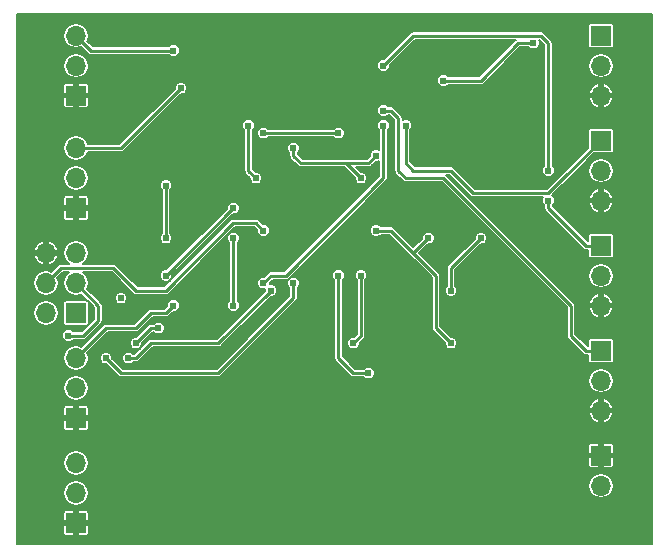
<source format=gbr>
G04 #@! TF.FileFunction,Copper,L2,Bot,Signal*
%FSLAX46Y46*%
G04 Gerber Fmt 4.6, Leading zero omitted, Abs format (unit mm)*
G04 Created by KiCad (PCBNEW 4.0.7) date Monday, May 28, 2018 'PMt' 10:03:33 PM*
%MOMM*%
%LPD*%
G01*
G04 APERTURE LIST*
%ADD10C,0.100000*%
%ADD11R,1.700000X1.700000*%
%ADD12O,1.700000X1.700000*%
%ADD13C,0.609600*%
%ADD14C,0.254000*%
%ADD15C,0.203200*%
G04 APERTURE END LIST*
D10*
D11*
X260350000Y-53975000D03*
D12*
X260350000Y-56515000D03*
X260350000Y-59055000D03*
D11*
X215900000Y-86360000D03*
D12*
X215900000Y-83820000D03*
X215900000Y-81280000D03*
D11*
X215900000Y-68580000D03*
D12*
X215900000Y-66040000D03*
X215900000Y-63500000D03*
D11*
X215900000Y-77470000D03*
D12*
X213360000Y-77470000D03*
X215900000Y-74930000D03*
X213360000Y-74930000D03*
X215900000Y-72390000D03*
X213360000Y-72390000D03*
D11*
X260350000Y-62865000D03*
D12*
X260350000Y-65405000D03*
X260350000Y-67945000D03*
D11*
X260350000Y-71755000D03*
D12*
X260350000Y-74295000D03*
X260350000Y-76835000D03*
D11*
X260350000Y-80645000D03*
D12*
X260350000Y-83185000D03*
X260350000Y-85725000D03*
D11*
X215900000Y-59055000D03*
D12*
X215900000Y-56515000D03*
X215900000Y-53975000D03*
D11*
X215900000Y-95250000D03*
D12*
X215900000Y-92710000D03*
X215900000Y-90170000D03*
D11*
X260350000Y-89535000D03*
D12*
X260350000Y-92075000D03*
D13*
X260985000Y-87630000D03*
X259080000Y-87630000D03*
X213360000Y-70485000D03*
X252095000Y-82550000D03*
X248920000Y-81280000D03*
X227330000Y-69215000D03*
X221615000Y-66040000D03*
X231775000Y-87630000D03*
X234950000Y-87630000D03*
X229235000Y-85090000D03*
X223520000Y-81280000D03*
X219710000Y-64770000D03*
X226060000Y-76200000D03*
X248920000Y-78105000D03*
X232410000Y-69215000D03*
X225425000Y-56515000D03*
X219710000Y-57785000D03*
X225425000Y-60960000D03*
X241935000Y-75565000D03*
X247015000Y-55245000D03*
X252095000Y-87630000D03*
X255905000Y-87630000D03*
X238760000Y-83185000D03*
X244475000Y-80645000D03*
X244475000Y-79375000D03*
X254000000Y-78740000D03*
X222885000Y-95250000D03*
X219710000Y-84455000D03*
X248285000Y-59055000D03*
X230505000Y-92075000D03*
X228600000Y-83185000D03*
X227330000Y-86995000D03*
X248285000Y-83820000D03*
X247650000Y-88265000D03*
X250825000Y-85725000D03*
X234950000Y-60960000D03*
X224155000Y-76835000D03*
X224790000Y-58420000D03*
X222885000Y-78740000D03*
X220980000Y-80010000D03*
X223520000Y-71120000D03*
X223520000Y-66675000D03*
X229235000Y-71120000D03*
X229235000Y-76835000D03*
X231140000Y-66040000D03*
X230505000Y-61595000D03*
X224155000Y-55245000D03*
X247650000Y-75565000D03*
X250190000Y-71120000D03*
X240030000Y-74295000D03*
X239395000Y-80010000D03*
X245745000Y-71120000D03*
X241300000Y-70485000D03*
X247650000Y-80010000D03*
X240665000Y-82550000D03*
X238125000Y-74295000D03*
X220345000Y-81280000D03*
X232410000Y-75565000D03*
X215265000Y-79375000D03*
X218440000Y-81280000D03*
X234315000Y-74930000D03*
X229235000Y-68580000D03*
X223520000Y-74295000D03*
X243840000Y-61595000D03*
X247015000Y-57785000D03*
X254635000Y-54610000D03*
X241935000Y-56515000D03*
X255905000Y-65405000D03*
X255905000Y-67945000D03*
X241935000Y-60325000D03*
X241935000Y-61595000D03*
X231775000Y-74930000D03*
X238125000Y-62230000D03*
X231775000Y-62230000D03*
X240030000Y-66040000D03*
X241300000Y-64135000D03*
X234315000Y-63500000D03*
X231775000Y-70485000D03*
X219710000Y-76200000D03*
D14*
X218440000Y-78740000D02*
X215900000Y-81280000D01*
X220980000Y-78740000D02*
X218440000Y-78740000D01*
X222250000Y-77470000D02*
X220980000Y-78740000D01*
X223520000Y-77470000D02*
X222250000Y-77470000D01*
X224155000Y-76835000D02*
X223520000Y-77470000D01*
X215900000Y-63500000D02*
X219710000Y-63500000D01*
X219710000Y-63500000D02*
X224790000Y-58420000D01*
X222250000Y-78740000D02*
X222885000Y-78740000D01*
X220980000Y-80010000D02*
X222250000Y-78740000D01*
X223520000Y-71120000D02*
X223520000Y-66675000D01*
X229235000Y-74930000D02*
X229235000Y-71120000D01*
X229235000Y-76835000D02*
X229235000Y-74930000D01*
X231140000Y-66040000D02*
X230505000Y-65405000D01*
X230505000Y-65405000D02*
X230505000Y-61595000D01*
X215900000Y-53975000D02*
X217170000Y-55245000D01*
X217170000Y-55245000D02*
X224155000Y-55245000D01*
X247650000Y-73660000D02*
X247650000Y-75565000D01*
X250190000Y-71120000D02*
X247650000Y-73660000D01*
X240030000Y-79375000D02*
X240030000Y-74295000D01*
X239395000Y-80010000D02*
X240030000Y-79375000D01*
X245745000Y-71120000D02*
X244475000Y-72390000D01*
X246380000Y-76200000D02*
X246380000Y-74295000D01*
X242570000Y-70485000D02*
X241300000Y-70485000D01*
X243205000Y-71120000D02*
X242570000Y-70485000D01*
X247650000Y-80010000D02*
X246380000Y-78740000D01*
X246380000Y-78740000D02*
X246380000Y-76200000D01*
X246380000Y-74295000D02*
X244475000Y-72390000D01*
X244475000Y-72390000D02*
X243205000Y-71120000D01*
X240665000Y-82550000D02*
X239395000Y-82550000D01*
X238125000Y-81280000D02*
X238125000Y-74295000D01*
X239395000Y-82550000D02*
X238125000Y-81280000D01*
X220345000Y-81280000D02*
X220980000Y-81280000D01*
X220980000Y-81280000D02*
X222250000Y-80010000D01*
X222250000Y-80010000D02*
X227965000Y-80010000D01*
X227965000Y-80010000D02*
X232410000Y-75565000D01*
X219710000Y-82550000D02*
X218440000Y-81280000D01*
X227965000Y-82550000D02*
X219710000Y-82550000D01*
X234315000Y-76200000D02*
X227965000Y-82550000D01*
X234315000Y-74930000D02*
X234315000Y-76200000D01*
X217805000Y-76835000D02*
X215900000Y-74930000D01*
X217805000Y-78105000D02*
X217805000Y-76835000D01*
X216535000Y-79375000D02*
X217805000Y-78105000D01*
X215265000Y-79375000D02*
X216535000Y-79375000D01*
X223520000Y-74295000D02*
X229235000Y-68580000D01*
X249555000Y-67310000D02*
X247650000Y-65405000D01*
X255905000Y-67310000D02*
X254635000Y-67310000D01*
X260350000Y-62865000D02*
X257175000Y-66040000D01*
X254635000Y-67310000D02*
X249555000Y-67310000D01*
X257175000Y-66040000D02*
X255905000Y-67310000D01*
X243840000Y-64770000D02*
X243840000Y-61595000D01*
X244475000Y-65405000D02*
X243840000Y-64770000D01*
X247650000Y-65405000D02*
X244475000Y-65405000D01*
X250190000Y-57785000D02*
X253365000Y-54610000D01*
X247015000Y-57785000D02*
X250190000Y-57785000D01*
X253365000Y-54610000D02*
X254635000Y-54610000D01*
X255905000Y-62230000D02*
X255905000Y-54610000D01*
X244475000Y-53975000D02*
X241935000Y-56515000D01*
X248285000Y-53975000D02*
X244475000Y-53975000D01*
X255270000Y-53975000D02*
X248285000Y-53975000D01*
X255905000Y-54610000D02*
X255270000Y-53975000D01*
X255905000Y-68580000D02*
X255905000Y-67945000D01*
X259080000Y-71755000D02*
X255905000Y-68580000D01*
X259080000Y-71755000D02*
X260350000Y-71755000D01*
X255905000Y-65405000D02*
X255905000Y-62230000D01*
X255905000Y-62230000D02*
X255905000Y-61595000D01*
X242570000Y-60325000D02*
X241935000Y-60325000D01*
X259080000Y-80645000D02*
X257810000Y-79375000D01*
X257810000Y-79375000D02*
X257810000Y-76835000D01*
X257810000Y-76835000D02*
X247015000Y-66040000D01*
X247015000Y-66040000D02*
X243840000Y-66040000D01*
X243840000Y-66040000D02*
X243205000Y-65405000D01*
X243205000Y-65405000D02*
X243205000Y-60960000D01*
X243205000Y-60960000D02*
X242570000Y-60325000D01*
X260350000Y-80645000D02*
X259080000Y-80645000D01*
X241935000Y-66040000D02*
X241935000Y-61595000D01*
X233680000Y-74295000D02*
X241935000Y-66040000D01*
X232410000Y-74295000D02*
X233680000Y-74295000D01*
X231775000Y-74930000D02*
X232410000Y-74295000D01*
X231775000Y-62230000D02*
X238125000Y-62230000D01*
X240030000Y-66040000D02*
X238760000Y-64770000D01*
X240665000Y-64770000D02*
X241300000Y-64135000D01*
X234950000Y-64770000D02*
X238760000Y-64770000D01*
X238760000Y-64770000D02*
X240665000Y-64770000D01*
X234315000Y-64135000D02*
X234950000Y-64770000D01*
X234315000Y-63500000D02*
X234315000Y-64135000D01*
X222885000Y-75565000D02*
X220980000Y-75565000D01*
X222885000Y-75565000D02*
X223520000Y-75565000D01*
X223520000Y-75565000D02*
X229235000Y-69850000D01*
X229235000Y-69850000D02*
X231140000Y-69850000D01*
X231140000Y-69850000D02*
X231775000Y-70485000D01*
X214630000Y-73660000D02*
X213360000Y-74930000D01*
X219075000Y-73660000D02*
X214630000Y-73660000D01*
X220980000Y-75565000D02*
X219075000Y-73660000D01*
D15*
G36*
X264693400Y-97053400D02*
X210921600Y-97053400D01*
X210921600Y-95455550D01*
X214821400Y-95455550D01*
X214821400Y-96145472D01*
X214856203Y-96229492D01*
X214920509Y-96293798D01*
X215004529Y-96328600D01*
X215694450Y-96328600D01*
X215751600Y-96271450D01*
X215751600Y-95398400D01*
X216048400Y-95398400D01*
X216048400Y-96271450D01*
X216105550Y-96328600D01*
X216795471Y-96328600D01*
X216879491Y-96293798D01*
X216943797Y-96229492D01*
X216978600Y-96145472D01*
X216978600Y-95455550D01*
X216921450Y-95398400D01*
X216048400Y-95398400D01*
X215751600Y-95398400D01*
X214878550Y-95398400D01*
X214821400Y-95455550D01*
X210921600Y-95455550D01*
X210921600Y-94354528D01*
X214821400Y-94354528D01*
X214821400Y-95044450D01*
X214878550Y-95101600D01*
X215751600Y-95101600D01*
X215751600Y-94228550D01*
X216048400Y-94228550D01*
X216048400Y-95101600D01*
X216921450Y-95101600D01*
X216978600Y-95044450D01*
X216978600Y-94354528D01*
X216943797Y-94270508D01*
X216879491Y-94206202D01*
X216795471Y-94171400D01*
X216105550Y-94171400D01*
X216048400Y-94228550D01*
X215751600Y-94228550D01*
X215694450Y-94171400D01*
X215004529Y-94171400D01*
X214920509Y-94206202D01*
X214856203Y-94270508D01*
X214821400Y-94354528D01*
X210921600Y-94354528D01*
X210921600Y-92710000D01*
X214800269Y-92710000D01*
X214882373Y-93122762D01*
X215116184Y-93472685D01*
X215466107Y-93706496D01*
X215878869Y-93788600D01*
X215921131Y-93788600D01*
X216333893Y-93706496D01*
X216683816Y-93472685D01*
X216917627Y-93122762D01*
X216999731Y-92710000D01*
X216917627Y-92297238D01*
X216769133Y-92075000D01*
X259250269Y-92075000D01*
X259332373Y-92487762D01*
X259566184Y-92837685D01*
X259916107Y-93071496D01*
X260328869Y-93153600D01*
X260371131Y-93153600D01*
X260783893Y-93071496D01*
X261133816Y-92837685D01*
X261367627Y-92487762D01*
X261449731Y-92075000D01*
X261367627Y-91662238D01*
X261133816Y-91312315D01*
X260783893Y-91078504D01*
X260371131Y-90996400D01*
X260328869Y-90996400D01*
X259916107Y-91078504D01*
X259566184Y-91312315D01*
X259332373Y-91662238D01*
X259250269Y-92075000D01*
X216769133Y-92075000D01*
X216683816Y-91947315D01*
X216333893Y-91713504D01*
X215921131Y-91631400D01*
X215878869Y-91631400D01*
X215466107Y-91713504D01*
X215116184Y-91947315D01*
X214882373Y-92297238D01*
X214800269Y-92710000D01*
X210921600Y-92710000D01*
X210921600Y-90170000D01*
X214800269Y-90170000D01*
X214882373Y-90582762D01*
X215116184Y-90932685D01*
X215466107Y-91166496D01*
X215878869Y-91248600D01*
X215921131Y-91248600D01*
X216333893Y-91166496D01*
X216683816Y-90932685D01*
X216917627Y-90582762D01*
X216999731Y-90170000D01*
X216917627Y-89757238D01*
X216906477Y-89740550D01*
X259271400Y-89740550D01*
X259271400Y-90430472D01*
X259306203Y-90514492D01*
X259370509Y-90578798D01*
X259454529Y-90613600D01*
X260144450Y-90613600D01*
X260201600Y-90556450D01*
X260201600Y-89683400D01*
X260498400Y-89683400D01*
X260498400Y-90556450D01*
X260555550Y-90613600D01*
X261245471Y-90613600D01*
X261329491Y-90578798D01*
X261393797Y-90514492D01*
X261428600Y-90430472D01*
X261428600Y-89740550D01*
X261371450Y-89683400D01*
X260498400Y-89683400D01*
X260201600Y-89683400D01*
X259328550Y-89683400D01*
X259271400Y-89740550D01*
X216906477Y-89740550D01*
X216683816Y-89407315D01*
X216333893Y-89173504D01*
X215921131Y-89091400D01*
X215878869Y-89091400D01*
X215466107Y-89173504D01*
X215116184Y-89407315D01*
X214882373Y-89757238D01*
X214800269Y-90170000D01*
X210921600Y-90170000D01*
X210921600Y-88639528D01*
X259271400Y-88639528D01*
X259271400Y-89329450D01*
X259328550Y-89386600D01*
X260201600Y-89386600D01*
X260201600Y-88513550D01*
X260498400Y-88513550D01*
X260498400Y-89386600D01*
X261371450Y-89386600D01*
X261428600Y-89329450D01*
X261428600Y-88639528D01*
X261393797Y-88555508D01*
X261329491Y-88491202D01*
X261245471Y-88456400D01*
X260555550Y-88456400D01*
X260498400Y-88513550D01*
X260201600Y-88513550D01*
X260144450Y-88456400D01*
X259454529Y-88456400D01*
X259370509Y-88491202D01*
X259306203Y-88555508D01*
X259271400Y-88639528D01*
X210921600Y-88639528D01*
X210921600Y-86565550D01*
X214821400Y-86565550D01*
X214821400Y-87255472D01*
X214856203Y-87339492D01*
X214920509Y-87403798D01*
X215004529Y-87438600D01*
X215694450Y-87438600D01*
X215751600Y-87381450D01*
X215751600Y-86508400D01*
X216048400Y-86508400D01*
X216048400Y-87381450D01*
X216105550Y-87438600D01*
X216795471Y-87438600D01*
X216879491Y-87403798D01*
X216943797Y-87339492D01*
X216978600Y-87255472D01*
X216978600Y-86565550D01*
X216921450Y-86508400D01*
X216048400Y-86508400D01*
X215751600Y-86508400D01*
X214878550Y-86508400D01*
X214821400Y-86565550D01*
X210921600Y-86565550D01*
X210921600Y-85464528D01*
X214821400Y-85464528D01*
X214821400Y-86154450D01*
X214878550Y-86211600D01*
X215751600Y-86211600D01*
X215751600Y-85338550D01*
X216048400Y-85338550D01*
X216048400Y-86211600D01*
X216921450Y-86211600D01*
X216978600Y-86154450D01*
X216978600Y-86038698D01*
X259318026Y-86038698D01*
X259398453Y-86232907D01*
X259665253Y-86558386D01*
X260036299Y-86756990D01*
X260201600Y-86736208D01*
X260201600Y-85873400D01*
X260498400Y-85873400D01*
X260498400Y-86736208D01*
X260663701Y-86756990D01*
X261034747Y-86558386D01*
X261301547Y-86232907D01*
X261381974Y-86038698D01*
X261360612Y-85873400D01*
X260498400Y-85873400D01*
X260201600Y-85873400D01*
X259339388Y-85873400D01*
X259318026Y-86038698D01*
X216978600Y-86038698D01*
X216978600Y-85464528D01*
X216956553Y-85411302D01*
X259318026Y-85411302D01*
X259339388Y-85576600D01*
X260201600Y-85576600D01*
X260201600Y-84713792D01*
X260498400Y-84713792D01*
X260498400Y-85576600D01*
X261360612Y-85576600D01*
X261381974Y-85411302D01*
X261301547Y-85217093D01*
X261034747Y-84891614D01*
X260663701Y-84693010D01*
X260498400Y-84713792D01*
X260201600Y-84713792D01*
X260036299Y-84693010D01*
X259665253Y-84891614D01*
X259398453Y-85217093D01*
X259318026Y-85411302D01*
X216956553Y-85411302D01*
X216943797Y-85380508D01*
X216879491Y-85316202D01*
X216795471Y-85281400D01*
X216105550Y-85281400D01*
X216048400Y-85338550D01*
X215751600Y-85338550D01*
X215694450Y-85281400D01*
X215004529Y-85281400D01*
X214920509Y-85316202D01*
X214856203Y-85380508D01*
X214821400Y-85464528D01*
X210921600Y-85464528D01*
X210921600Y-83820000D01*
X214800269Y-83820000D01*
X214882373Y-84232762D01*
X215116184Y-84582685D01*
X215466107Y-84816496D01*
X215878869Y-84898600D01*
X215921131Y-84898600D01*
X216333893Y-84816496D01*
X216683816Y-84582685D01*
X216917627Y-84232762D01*
X216999731Y-83820000D01*
X216917627Y-83407238D01*
X216769133Y-83185000D01*
X259250269Y-83185000D01*
X259332373Y-83597762D01*
X259566184Y-83947685D01*
X259916107Y-84181496D01*
X260328869Y-84263600D01*
X260371131Y-84263600D01*
X260783893Y-84181496D01*
X261133816Y-83947685D01*
X261367627Y-83597762D01*
X261449731Y-83185000D01*
X261367627Y-82772238D01*
X261133816Y-82422315D01*
X260783893Y-82188504D01*
X260371131Y-82106400D01*
X260328869Y-82106400D01*
X259916107Y-82188504D01*
X259566184Y-82422315D01*
X259332373Y-82772238D01*
X259250269Y-83185000D01*
X216769133Y-83185000D01*
X216683816Y-83057315D01*
X216333893Y-82823504D01*
X215921131Y-82741400D01*
X215878869Y-82741400D01*
X215466107Y-82823504D01*
X215116184Y-83057315D01*
X214882373Y-83407238D01*
X214800269Y-83820000D01*
X210921600Y-83820000D01*
X210921600Y-81280000D01*
X214800269Y-81280000D01*
X214882373Y-81692762D01*
X215116184Y-82042685D01*
X215466107Y-82276496D01*
X215878869Y-82358600D01*
X215921131Y-82358600D01*
X216333893Y-82276496D01*
X216683816Y-82042685D01*
X216917627Y-81692762D01*
X216978718Y-81385634D01*
X217906508Y-81385634D01*
X217987542Y-81581752D01*
X218137459Y-81731931D01*
X218333435Y-81813307D01*
X218470533Y-81813427D01*
X219458553Y-82801447D01*
X219573917Y-82878532D01*
X219710000Y-82905600D01*
X227965000Y-82905600D01*
X228101083Y-82878532D01*
X228216447Y-82801447D01*
X234566447Y-76451447D01*
X234643532Y-76336083D01*
X234670600Y-76200000D01*
X234670600Y-75328704D01*
X234766931Y-75232541D01*
X234848307Y-75036565D01*
X234848492Y-74824366D01*
X234767458Y-74628248D01*
X234617541Y-74478069D01*
X234431057Y-74400634D01*
X237591508Y-74400634D01*
X237672542Y-74596752D01*
X237769400Y-74693779D01*
X237769400Y-81280000D01*
X237796468Y-81416083D01*
X237873553Y-81531447D01*
X239143553Y-82801447D01*
X239258917Y-82878532D01*
X239395000Y-82905600D01*
X240266296Y-82905600D01*
X240362459Y-83001931D01*
X240558435Y-83083307D01*
X240770634Y-83083492D01*
X240966752Y-83002458D01*
X241116931Y-82852541D01*
X241198307Y-82656565D01*
X241198492Y-82444366D01*
X241117458Y-82248248D01*
X240967541Y-82098069D01*
X240771565Y-82016693D01*
X240559366Y-82016508D01*
X240363248Y-82097542D01*
X240266221Y-82194400D01*
X239542294Y-82194400D01*
X238480600Y-81132706D01*
X238480600Y-80115634D01*
X238861508Y-80115634D01*
X238942542Y-80311752D01*
X239092459Y-80461931D01*
X239288435Y-80543307D01*
X239500634Y-80543492D01*
X239696752Y-80462458D01*
X239846931Y-80312541D01*
X239928307Y-80116565D01*
X239928427Y-79979467D01*
X240281447Y-79626447D01*
X240358532Y-79511082D01*
X240385600Y-79375000D01*
X240385600Y-74693704D01*
X240481931Y-74597541D01*
X240563307Y-74401565D01*
X240563492Y-74189366D01*
X240482458Y-73993248D01*
X240332541Y-73843069D01*
X240136565Y-73761693D01*
X239924366Y-73761508D01*
X239728248Y-73842542D01*
X239578069Y-73992459D01*
X239496693Y-74188435D01*
X239496508Y-74400634D01*
X239577542Y-74596752D01*
X239674400Y-74693779D01*
X239674400Y-79227706D01*
X239425479Y-79476627D01*
X239289366Y-79476508D01*
X239093248Y-79557542D01*
X238943069Y-79707459D01*
X238861693Y-79903435D01*
X238861508Y-80115634D01*
X238480600Y-80115634D01*
X238480600Y-74693704D01*
X238576931Y-74597541D01*
X238658307Y-74401565D01*
X238658492Y-74189366D01*
X238577458Y-73993248D01*
X238427541Y-73843069D01*
X238231565Y-73761693D01*
X238019366Y-73761508D01*
X237823248Y-73842542D01*
X237673069Y-73992459D01*
X237591693Y-74188435D01*
X237591508Y-74400634D01*
X234431057Y-74400634D01*
X234421565Y-74396693D01*
X234209366Y-74396508D01*
X234013248Y-74477542D01*
X233863069Y-74627459D01*
X233781693Y-74823435D01*
X233781508Y-75035634D01*
X233862542Y-75231752D01*
X233959400Y-75328779D01*
X233959400Y-76052706D01*
X227817706Y-82194400D01*
X219857294Y-82194400D01*
X219048528Y-81385634D01*
X219811508Y-81385634D01*
X219892542Y-81581752D01*
X220042459Y-81731931D01*
X220238435Y-81813307D01*
X220450634Y-81813492D01*
X220646752Y-81732458D01*
X220743779Y-81635600D01*
X220980000Y-81635600D01*
X221116083Y-81608532D01*
X221231447Y-81531447D01*
X222397294Y-80365600D01*
X227965000Y-80365600D01*
X228101083Y-80338532D01*
X228216447Y-80261447D01*
X232379521Y-76098373D01*
X232515634Y-76098492D01*
X232711752Y-76017458D01*
X232861931Y-75867541D01*
X232943307Y-75671565D01*
X232943492Y-75459366D01*
X232862458Y-75263248D01*
X232712541Y-75113069D01*
X232516565Y-75031693D01*
X232308311Y-75031511D01*
X232308427Y-74899467D01*
X232557294Y-74650600D01*
X233680000Y-74650600D01*
X233816083Y-74623532D01*
X233931447Y-74546447D01*
X237887260Y-70590634D01*
X240766508Y-70590634D01*
X240847542Y-70786752D01*
X240997459Y-70936931D01*
X241193435Y-71018307D01*
X241405634Y-71018492D01*
X241601752Y-70937458D01*
X241698779Y-70840600D01*
X242422706Y-70840600D01*
X246024400Y-74442294D01*
X246024400Y-78740000D01*
X246051468Y-78876083D01*
X246128553Y-78991447D01*
X247116627Y-79979521D01*
X247116508Y-80115634D01*
X247197542Y-80311752D01*
X247347459Y-80461931D01*
X247543435Y-80543307D01*
X247755634Y-80543492D01*
X247951752Y-80462458D01*
X248101931Y-80312541D01*
X248183307Y-80116565D01*
X248183492Y-79904366D01*
X248102458Y-79708248D01*
X247952541Y-79558069D01*
X247756565Y-79476693D01*
X247619467Y-79476573D01*
X246735600Y-78592706D01*
X246735600Y-75670634D01*
X247116508Y-75670634D01*
X247197542Y-75866752D01*
X247347459Y-76016931D01*
X247543435Y-76098307D01*
X247755634Y-76098492D01*
X247951752Y-76017458D01*
X248101931Y-75867541D01*
X248183307Y-75671565D01*
X248183492Y-75459366D01*
X248102458Y-75263248D01*
X248005600Y-75166221D01*
X248005600Y-73807294D01*
X250159521Y-71653373D01*
X250295634Y-71653492D01*
X250491752Y-71572458D01*
X250641931Y-71422541D01*
X250723307Y-71226565D01*
X250723492Y-71014366D01*
X250642458Y-70818248D01*
X250492541Y-70668069D01*
X250296565Y-70586693D01*
X250084366Y-70586508D01*
X249888248Y-70667542D01*
X249738069Y-70817459D01*
X249656693Y-71013435D01*
X249656573Y-71150533D01*
X247398553Y-73408553D01*
X247321468Y-73523917D01*
X247321468Y-73523918D01*
X247294400Y-73660000D01*
X247294400Y-75166296D01*
X247198069Y-75262459D01*
X247116693Y-75458435D01*
X247116508Y-75670634D01*
X246735600Y-75670634D01*
X246735600Y-74295000D01*
X246708532Y-74158917D01*
X246631447Y-74043553D01*
X244977894Y-72390000D01*
X245714521Y-71653373D01*
X245850634Y-71653492D01*
X246046752Y-71572458D01*
X246196931Y-71422541D01*
X246278307Y-71226565D01*
X246278492Y-71014366D01*
X246197458Y-70818248D01*
X246047541Y-70668069D01*
X245851565Y-70586693D01*
X245639366Y-70586508D01*
X245443248Y-70667542D01*
X245293069Y-70817459D01*
X245211693Y-71013435D01*
X245211573Y-71150533D01*
X244475000Y-71887106D01*
X242821447Y-70233553D01*
X242706083Y-70156468D01*
X242570000Y-70129400D01*
X241698704Y-70129400D01*
X241602541Y-70033069D01*
X241406565Y-69951693D01*
X241194366Y-69951508D01*
X240998248Y-70032542D01*
X240848069Y-70182459D01*
X240766693Y-70378435D01*
X240766508Y-70590634D01*
X237887260Y-70590634D01*
X242186447Y-66291447D01*
X242263532Y-66176083D01*
X242290600Y-66040000D01*
X242290600Y-61993704D01*
X242386931Y-61897541D01*
X242468307Y-61701565D01*
X242468492Y-61489366D01*
X242387458Y-61293248D01*
X242237541Y-61143069D01*
X242041565Y-61061693D01*
X241829366Y-61061508D01*
X241633248Y-61142542D01*
X241483069Y-61292459D01*
X241401693Y-61488435D01*
X241401508Y-61700634D01*
X241482542Y-61896752D01*
X241579400Y-61993779D01*
X241579400Y-63673460D01*
X241406565Y-63601693D01*
X241194366Y-63601508D01*
X240998248Y-63682542D01*
X240848069Y-63832459D01*
X240766693Y-64028435D01*
X240766573Y-64165533D01*
X240517706Y-64414400D01*
X235097294Y-64414400D01*
X234670600Y-63987706D01*
X234670600Y-63898704D01*
X234766931Y-63802541D01*
X234848307Y-63606565D01*
X234848492Y-63394366D01*
X234767458Y-63198248D01*
X234617541Y-63048069D01*
X234421565Y-62966693D01*
X234209366Y-62966508D01*
X234013248Y-63047542D01*
X233863069Y-63197459D01*
X233781693Y-63393435D01*
X233781508Y-63605634D01*
X233862542Y-63801752D01*
X233959400Y-63898779D01*
X233959400Y-64135000D01*
X233986468Y-64271083D01*
X234063553Y-64386447D01*
X234698553Y-65021447D01*
X234813918Y-65098532D01*
X234950000Y-65125600D01*
X238612706Y-65125600D01*
X239496627Y-66009521D01*
X239496508Y-66145634D01*
X239577542Y-66341752D01*
X239727459Y-66491931D01*
X239923435Y-66573307D01*
X240135634Y-66573492D01*
X240331752Y-66492458D01*
X240481931Y-66342541D01*
X240563307Y-66146565D01*
X240563492Y-65934366D01*
X240482458Y-65738248D01*
X240332541Y-65588069D01*
X240136565Y-65506693D01*
X239999467Y-65506573D01*
X239618494Y-65125600D01*
X240665000Y-65125600D01*
X240801083Y-65098532D01*
X240916447Y-65021447D01*
X241269521Y-64668373D01*
X241405634Y-64668492D01*
X241579400Y-64596694D01*
X241579400Y-65892706D01*
X233532706Y-73939400D01*
X232410000Y-73939400D01*
X232273918Y-73966468D01*
X232158553Y-74043553D01*
X231805479Y-74396627D01*
X231669366Y-74396508D01*
X231473248Y-74477542D01*
X231323069Y-74627459D01*
X231241693Y-74823435D01*
X231241508Y-75035634D01*
X231322542Y-75231752D01*
X231472459Y-75381931D01*
X231668435Y-75463307D01*
X231876689Y-75463489D01*
X231876573Y-75595533D01*
X227817706Y-79654400D01*
X222250000Y-79654400D01*
X222113917Y-79681468D01*
X221998553Y-79758553D01*
X220832706Y-80924400D01*
X220743704Y-80924400D01*
X220647541Y-80828069D01*
X220451565Y-80746693D01*
X220239366Y-80746508D01*
X220043248Y-80827542D01*
X219893069Y-80977459D01*
X219811693Y-81173435D01*
X219811508Y-81385634D01*
X219048528Y-81385634D01*
X218973373Y-81310479D01*
X218973492Y-81174366D01*
X218892458Y-80978248D01*
X218742541Y-80828069D01*
X218546565Y-80746693D01*
X218334366Y-80746508D01*
X218138248Y-80827542D01*
X217988069Y-80977459D01*
X217906693Y-81173435D01*
X217906508Y-81385634D01*
X216978718Y-81385634D01*
X216999731Y-81280000D01*
X216917627Y-80867238D01*
X216876783Y-80806111D01*
X217567260Y-80115634D01*
X220446508Y-80115634D01*
X220527542Y-80311752D01*
X220677459Y-80461931D01*
X220873435Y-80543307D01*
X221085634Y-80543492D01*
X221281752Y-80462458D01*
X221431931Y-80312541D01*
X221513307Y-80116565D01*
X221513427Y-79979467D01*
X222397294Y-79095600D01*
X222486296Y-79095600D01*
X222582459Y-79191931D01*
X222778435Y-79273307D01*
X222990634Y-79273492D01*
X223186752Y-79192458D01*
X223336931Y-79042541D01*
X223418307Y-78846565D01*
X223418492Y-78634366D01*
X223337458Y-78438248D01*
X223187541Y-78288069D01*
X222991565Y-78206693D01*
X222779366Y-78206508D01*
X222583248Y-78287542D01*
X222486221Y-78384400D01*
X222250000Y-78384400D01*
X222113917Y-78411468D01*
X221998553Y-78488553D01*
X221010479Y-79476627D01*
X220874366Y-79476508D01*
X220678248Y-79557542D01*
X220528069Y-79707459D01*
X220446693Y-79903435D01*
X220446508Y-80115634D01*
X217567260Y-80115634D01*
X218587294Y-79095600D01*
X220980000Y-79095600D01*
X221116083Y-79068532D01*
X221231447Y-78991447D01*
X222397294Y-77825600D01*
X223520000Y-77825600D01*
X223656083Y-77798532D01*
X223771447Y-77721447D01*
X224124521Y-77368373D01*
X224260634Y-77368492D01*
X224456752Y-77287458D01*
X224606931Y-77137541D01*
X224688307Y-76941565D01*
X224688492Y-76729366D01*
X224607458Y-76533248D01*
X224457541Y-76383069D01*
X224261565Y-76301693D01*
X224049366Y-76301508D01*
X223853248Y-76382542D01*
X223703069Y-76532459D01*
X223621693Y-76728435D01*
X223621573Y-76865533D01*
X223372706Y-77114400D01*
X222250000Y-77114400D01*
X222113917Y-77141468D01*
X221998553Y-77218553D01*
X220832706Y-78384400D01*
X218440000Y-78384400D01*
X218303918Y-78411468D01*
X218197585Y-78482518D01*
X218188553Y-78488553D01*
X216369686Y-80307420D01*
X216333893Y-80283504D01*
X215921131Y-80201400D01*
X215878869Y-80201400D01*
X215466107Y-80283504D01*
X215116184Y-80517315D01*
X214882373Y-80867238D01*
X214800269Y-81280000D01*
X210921600Y-81280000D01*
X210921600Y-77470000D01*
X212260269Y-77470000D01*
X212342373Y-77882762D01*
X212576184Y-78232685D01*
X212926107Y-78466496D01*
X213338869Y-78548600D01*
X213381131Y-78548600D01*
X213793893Y-78466496D01*
X214143816Y-78232685D01*
X214377627Y-77882762D01*
X214459731Y-77470000D01*
X214377627Y-77057238D01*
X214143816Y-76707315D01*
X214013140Y-76620000D01*
X214816922Y-76620000D01*
X214816922Y-78320000D01*
X214832862Y-78404714D01*
X214882928Y-78482518D01*
X214959320Y-78534715D01*
X215050000Y-78553078D01*
X216750000Y-78553078D01*
X216834714Y-78537138D01*
X216912518Y-78487072D01*
X216964715Y-78410680D01*
X216983078Y-78320000D01*
X216983078Y-76620000D01*
X216967138Y-76535286D01*
X216917072Y-76457482D01*
X216840680Y-76405285D01*
X216750000Y-76386922D01*
X215050000Y-76386922D01*
X214965286Y-76402862D01*
X214887482Y-76452928D01*
X214835285Y-76529320D01*
X214816922Y-76620000D01*
X214013140Y-76620000D01*
X213793893Y-76473504D01*
X213381131Y-76391400D01*
X213338869Y-76391400D01*
X212926107Y-76473504D01*
X212576184Y-76707315D01*
X212342373Y-77057238D01*
X212260269Y-77470000D01*
X210921600Y-77470000D01*
X210921600Y-74930000D01*
X212260269Y-74930000D01*
X212342373Y-75342762D01*
X212576184Y-75692685D01*
X212926107Y-75926496D01*
X213338869Y-76008600D01*
X213381131Y-76008600D01*
X213793893Y-75926496D01*
X214143816Y-75692685D01*
X214377627Y-75342762D01*
X214459731Y-74930000D01*
X214377627Y-74517238D01*
X214336783Y-74456111D01*
X214777294Y-74015600D01*
X215343242Y-74015600D01*
X215116184Y-74167315D01*
X214882373Y-74517238D01*
X214800269Y-74930000D01*
X214882373Y-75342762D01*
X215116184Y-75692685D01*
X215466107Y-75926496D01*
X215878869Y-76008600D01*
X215921131Y-76008600D01*
X216333893Y-75926496D01*
X216369686Y-75902580D01*
X217449400Y-76982294D01*
X217449400Y-77957706D01*
X216387706Y-79019400D01*
X215663704Y-79019400D01*
X215567541Y-78923069D01*
X215371565Y-78841693D01*
X215159366Y-78841508D01*
X214963248Y-78922542D01*
X214813069Y-79072459D01*
X214731693Y-79268435D01*
X214731508Y-79480634D01*
X214812542Y-79676752D01*
X214962459Y-79826931D01*
X215158435Y-79908307D01*
X215370634Y-79908492D01*
X215566752Y-79827458D01*
X215663779Y-79730600D01*
X216535000Y-79730600D01*
X216671083Y-79703532D01*
X216786447Y-79626447D01*
X218056447Y-78356447D01*
X218133532Y-78241083D01*
X218160600Y-78105000D01*
X218160600Y-76835000D01*
X218140372Y-76733307D01*
X218133532Y-76698917D01*
X218056447Y-76583553D01*
X217778528Y-76305634D01*
X219176508Y-76305634D01*
X219257542Y-76501752D01*
X219407459Y-76651931D01*
X219603435Y-76733307D01*
X219815634Y-76733492D01*
X220011752Y-76652458D01*
X220161931Y-76502541D01*
X220243307Y-76306565D01*
X220243492Y-76094366D01*
X220162458Y-75898248D01*
X220012541Y-75748069D01*
X219816565Y-75666693D01*
X219604366Y-75666508D01*
X219408248Y-75747542D01*
X219258069Y-75897459D01*
X219176693Y-76093435D01*
X219176508Y-76305634D01*
X217778528Y-76305634D01*
X216876783Y-75403889D01*
X216917627Y-75342762D01*
X216999731Y-74930000D01*
X216917627Y-74517238D01*
X216683816Y-74167315D01*
X216456758Y-74015600D01*
X218927706Y-74015600D01*
X220728553Y-75816447D01*
X220843917Y-75893532D01*
X220980000Y-75920600D01*
X223520000Y-75920600D01*
X223656083Y-75893532D01*
X223771447Y-75816447D01*
X228362260Y-71225634D01*
X228701508Y-71225634D01*
X228782542Y-71421752D01*
X228879400Y-71518779D01*
X228879400Y-76436296D01*
X228783069Y-76532459D01*
X228701693Y-76728435D01*
X228701508Y-76940634D01*
X228782542Y-77136752D01*
X228932459Y-77286931D01*
X229128435Y-77368307D01*
X229340634Y-77368492D01*
X229536752Y-77287458D01*
X229686931Y-77137541D01*
X229768307Y-76941565D01*
X229768492Y-76729366D01*
X229687458Y-76533248D01*
X229590600Y-76436221D01*
X229590600Y-71518704D01*
X229686931Y-71422541D01*
X229768307Y-71226565D01*
X229768492Y-71014366D01*
X229687458Y-70818248D01*
X229537541Y-70668069D01*
X229341565Y-70586693D01*
X229129366Y-70586508D01*
X228933248Y-70667542D01*
X228783069Y-70817459D01*
X228701693Y-71013435D01*
X228701508Y-71225634D01*
X228362260Y-71225634D01*
X229382295Y-70205600D01*
X230992706Y-70205600D01*
X231241627Y-70454521D01*
X231241508Y-70590634D01*
X231322542Y-70786752D01*
X231472459Y-70936931D01*
X231668435Y-71018307D01*
X231880634Y-71018492D01*
X232076752Y-70937458D01*
X232226931Y-70787541D01*
X232308307Y-70591565D01*
X232308492Y-70379366D01*
X232227458Y-70183248D01*
X232077541Y-70033069D01*
X231881565Y-69951693D01*
X231744467Y-69951573D01*
X231391447Y-69598553D01*
X231276083Y-69521468D01*
X231140000Y-69494400D01*
X229235000Y-69494400D01*
X229098918Y-69521468D01*
X228983553Y-69598552D01*
X223372706Y-75209400D01*
X221127294Y-75209400D01*
X220318528Y-74400634D01*
X222986508Y-74400634D01*
X223067542Y-74596752D01*
X223217459Y-74746931D01*
X223413435Y-74828307D01*
X223625634Y-74828492D01*
X223821752Y-74747458D01*
X223971931Y-74597541D01*
X224053307Y-74401565D01*
X224053427Y-74264468D01*
X229204522Y-69113373D01*
X229340634Y-69113492D01*
X229536752Y-69032458D01*
X229686931Y-68882541D01*
X229768307Y-68686565D01*
X229768492Y-68474366D01*
X229687458Y-68278248D01*
X229537541Y-68128069D01*
X229341565Y-68046693D01*
X229129366Y-68046508D01*
X228933248Y-68127542D01*
X228783069Y-68277459D01*
X228701693Y-68473435D01*
X228701573Y-68610532D01*
X223550479Y-73761627D01*
X223414366Y-73761508D01*
X223218248Y-73842542D01*
X223068069Y-73992459D01*
X222986693Y-74188435D01*
X222986508Y-74400634D01*
X220318528Y-74400634D01*
X219326447Y-73408553D01*
X219211083Y-73331468D01*
X219075000Y-73304400D01*
X216456758Y-73304400D01*
X216683816Y-73152685D01*
X216917627Y-72802762D01*
X216999731Y-72390000D01*
X216917627Y-71977238D01*
X216683816Y-71627315D01*
X216333893Y-71393504D01*
X215921131Y-71311400D01*
X215878869Y-71311400D01*
X215466107Y-71393504D01*
X215116184Y-71627315D01*
X214882373Y-71977238D01*
X214800269Y-72390000D01*
X214882373Y-72802762D01*
X215116184Y-73152685D01*
X215343242Y-73304400D01*
X214630000Y-73304400D01*
X214493917Y-73331468D01*
X214378553Y-73408553D01*
X213829686Y-73957420D01*
X213793893Y-73933504D01*
X213381131Y-73851400D01*
X213338869Y-73851400D01*
X212926107Y-73933504D01*
X212576184Y-74167315D01*
X212342373Y-74517238D01*
X212260269Y-74930000D01*
X210921600Y-74930000D01*
X210921600Y-72703698D01*
X212328026Y-72703698D01*
X212408453Y-72897907D01*
X212675253Y-73223386D01*
X213046299Y-73421990D01*
X213211600Y-73401208D01*
X213211600Y-72538400D01*
X213508400Y-72538400D01*
X213508400Y-73401208D01*
X213673701Y-73421990D01*
X214044747Y-73223386D01*
X214311547Y-72897907D01*
X214391974Y-72703698D01*
X214370612Y-72538400D01*
X213508400Y-72538400D01*
X213211600Y-72538400D01*
X212349388Y-72538400D01*
X212328026Y-72703698D01*
X210921600Y-72703698D01*
X210921600Y-72076302D01*
X212328026Y-72076302D01*
X212349388Y-72241600D01*
X213211600Y-72241600D01*
X213211600Y-71378792D01*
X213508400Y-71378792D01*
X213508400Y-72241600D01*
X214370612Y-72241600D01*
X214391974Y-72076302D01*
X214311547Y-71882093D01*
X214044747Y-71556614D01*
X213673701Y-71358010D01*
X213508400Y-71378792D01*
X213211600Y-71378792D01*
X213046299Y-71358010D01*
X212675253Y-71556614D01*
X212408453Y-71882093D01*
X212328026Y-72076302D01*
X210921600Y-72076302D01*
X210921600Y-68785550D01*
X214821400Y-68785550D01*
X214821400Y-69475472D01*
X214856203Y-69559492D01*
X214920509Y-69623798D01*
X215004529Y-69658600D01*
X215694450Y-69658600D01*
X215751600Y-69601450D01*
X215751600Y-68728400D01*
X216048400Y-68728400D01*
X216048400Y-69601450D01*
X216105550Y-69658600D01*
X216795471Y-69658600D01*
X216879491Y-69623798D01*
X216943797Y-69559492D01*
X216978600Y-69475472D01*
X216978600Y-68785550D01*
X216921450Y-68728400D01*
X216048400Y-68728400D01*
X215751600Y-68728400D01*
X214878550Y-68728400D01*
X214821400Y-68785550D01*
X210921600Y-68785550D01*
X210921600Y-67684528D01*
X214821400Y-67684528D01*
X214821400Y-68374450D01*
X214878550Y-68431600D01*
X215751600Y-68431600D01*
X215751600Y-67558550D01*
X216048400Y-67558550D01*
X216048400Y-68431600D01*
X216921450Y-68431600D01*
X216978600Y-68374450D01*
X216978600Y-67684528D01*
X216943797Y-67600508D01*
X216879491Y-67536202D01*
X216795471Y-67501400D01*
X216105550Y-67501400D01*
X216048400Y-67558550D01*
X215751600Y-67558550D01*
X215694450Y-67501400D01*
X215004529Y-67501400D01*
X214920509Y-67536202D01*
X214856203Y-67600508D01*
X214821400Y-67684528D01*
X210921600Y-67684528D01*
X210921600Y-66040000D01*
X214800269Y-66040000D01*
X214882373Y-66452762D01*
X215116184Y-66802685D01*
X215466107Y-67036496D01*
X215878869Y-67118600D01*
X215921131Y-67118600D01*
X216333893Y-67036496D01*
X216683816Y-66802685D01*
X216698550Y-66780634D01*
X222986508Y-66780634D01*
X223067542Y-66976752D01*
X223164400Y-67073779D01*
X223164400Y-70721296D01*
X223068069Y-70817459D01*
X222986693Y-71013435D01*
X222986508Y-71225634D01*
X223067542Y-71421752D01*
X223217459Y-71571931D01*
X223413435Y-71653307D01*
X223625634Y-71653492D01*
X223821752Y-71572458D01*
X223971931Y-71422541D01*
X224053307Y-71226565D01*
X224053492Y-71014366D01*
X223972458Y-70818248D01*
X223875600Y-70721221D01*
X223875600Y-67073704D01*
X223971931Y-66977541D01*
X224053307Y-66781565D01*
X224053492Y-66569366D01*
X223972458Y-66373248D01*
X223822541Y-66223069D01*
X223626565Y-66141693D01*
X223414366Y-66141508D01*
X223218248Y-66222542D01*
X223068069Y-66372459D01*
X222986693Y-66568435D01*
X222986508Y-66780634D01*
X216698550Y-66780634D01*
X216917627Y-66452762D01*
X216999731Y-66040000D01*
X216917627Y-65627238D01*
X216683816Y-65277315D01*
X216333893Y-65043504D01*
X215921131Y-64961400D01*
X215878869Y-64961400D01*
X215466107Y-65043504D01*
X215116184Y-65277315D01*
X214882373Y-65627238D01*
X214800269Y-66040000D01*
X210921600Y-66040000D01*
X210921600Y-63500000D01*
X214800269Y-63500000D01*
X214882373Y-63912762D01*
X215116184Y-64262685D01*
X215466107Y-64496496D01*
X215878869Y-64578600D01*
X215921131Y-64578600D01*
X216333893Y-64496496D01*
X216683816Y-64262685D01*
X216917627Y-63912762D01*
X216928997Y-63855600D01*
X219710000Y-63855600D01*
X219846083Y-63828532D01*
X219961447Y-63751447D01*
X222012260Y-61700634D01*
X229971508Y-61700634D01*
X230052542Y-61896752D01*
X230149400Y-61993779D01*
X230149400Y-65405000D01*
X230176468Y-65541083D01*
X230253553Y-65656447D01*
X230606627Y-66009521D01*
X230606508Y-66145634D01*
X230687542Y-66341752D01*
X230837459Y-66491931D01*
X231033435Y-66573307D01*
X231245634Y-66573492D01*
X231441752Y-66492458D01*
X231591931Y-66342541D01*
X231673307Y-66146565D01*
X231673492Y-65934366D01*
X231592458Y-65738248D01*
X231442541Y-65588069D01*
X231246565Y-65506693D01*
X231109467Y-65506573D01*
X230860600Y-65257706D01*
X230860600Y-62335634D01*
X231241508Y-62335634D01*
X231322542Y-62531752D01*
X231472459Y-62681931D01*
X231668435Y-62763307D01*
X231880634Y-62763492D01*
X232076752Y-62682458D01*
X232173779Y-62585600D01*
X237726296Y-62585600D01*
X237822459Y-62681931D01*
X238018435Y-62763307D01*
X238230634Y-62763492D01*
X238426752Y-62682458D01*
X238576931Y-62532541D01*
X238658307Y-62336565D01*
X238658492Y-62124366D01*
X238577458Y-61928248D01*
X238427541Y-61778069D01*
X238231565Y-61696693D01*
X238019366Y-61696508D01*
X237823248Y-61777542D01*
X237726221Y-61874400D01*
X232173704Y-61874400D01*
X232077541Y-61778069D01*
X231881565Y-61696693D01*
X231669366Y-61696508D01*
X231473248Y-61777542D01*
X231323069Y-61927459D01*
X231241693Y-62123435D01*
X231241508Y-62335634D01*
X230860600Y-62335634D01*
X230860600Y-61993704D01*
X230956931Y-61897541D01*
X231038307Y-61701565D01*
X231038492Y-61489366D01*
X230957458Y-61293248D01*
X230807541Y-61143069D01*
X230611565Y-61061693D01*
X230399366Y-61061508D01*
X230203248Y-61142542D01*
X230053069Y-61292459D01*
X229971693Y-61488435D01*
X229971508Y-61700634D01*
X222012260Y-61700634D01*
X223282260Y-60430634D01*
X241401508Y-60430634D01*
X241482542Y-60626752D01*
X241632459Y-60776931D01*
X241828435Y-60858307D01*
X242040634Y-60858492D01*
X242236752Y-60777458D01*
X242333779Y-60680600D01*
X242422706Y-60680600D01*
X242849400Y-61107294D01*
X242849400Y-65405000D01*
X242876468Y-65541083D01*
X242953553Y-65656447D01*
X243588553Y-66291447D01*
X243703918Y-66368532D01*
X243840000Y-66395600D01*
X246867706Y-66395600D01*
X257454400Y-76982294D01*
X257454400Y-79375000D01*
X257481468Y-79511083D01*
X257558553Y-79626447D01*
X258828553Y-80896447D01*
X258943917Y-80973532D01*
X259080000Y-81000600D01*
X259266922Y-81000600D01*
X259266922Y-81495000D01*
X259282862Y-81579714D01*
X259332928Y-81657518D01*
X259409320Y-81709715D01*
X259500000Y-81728078D01*
X261200000Y-81728078D01*
X261284714Y-81712138D01*
X261362518Y-81662072D01*
X261414715Y-81585680D01*
X261433078Y-81495000D01*
X261433078Y-79795000D01*
X261417138Y-79710286D01*
X261367072Y-79632482D01*
X261290680Y-79580285D01*
X261200000Y-79561922D01*
X259500000Y-79561922D01*
X259415286Y-79577862D01*
X259337482Y-79627928D01*
X259285285Y-79704320D01*
X259266922Y-79795000D01*
X259266922Y-80289400D01*
X259227294Y-80289400D01*
X258165600Y-79227706D01*
X258165600Y-77148698D01*
X259318026Y-77148698D01*
X259398453Y-77342907D01*
X259665253Y-77668386D01*
X260036299Y-77866990D01*
X260201600Y-77846208D01*
X260201600Y-76983400D01*
X260498400Y-76983400D01*
X260498400Y-77846208D01*
X260663701Y-77866990D01*
X261034747Y-77668386D01*
X261301547Y-77342907D01*
X261381974Y-77148698D01*
X261360612Y-76983400D01*
X260498400Y-76983400D01*
X260201600Y-76983400D01*
X259339388Y-76983400D01*
X259318026Y-77148698D01*
X258165600Y-77148698D01*
X258165600Y-76835000D01*
X258138532Y-76698918D01*
X258061447Y-76583553D01*
X257999196Y-76521302D01*
X259318026Y-76521302D01*
X259339388Y-76686600D01*
X260201600Y-76686600D01*
X260201600Y-75823792D01*
X260498400Y-75823792D01*
X260498400Y-76686600D01*
X261360612Y-76686600D01*
X261381974Y-76521302D01*
X261301547Y-76327093D01*
X261034747Y-76001614D01*
X260663701Y-75803010D01*
X260498400Y-75823792D01*
X260201600Y-75823792D01*
X260036299Y-75803010D01*
X259665253Y-76001614D01*
X259398453Y-76327093D01*
X259318026Y-76521302D01*
X257999196Y-76521302D01*
X255772894Y-74295000D01*
X259250269Y-74295000D01*
X259332373Y-74707762D01*
X259566184Y-75057685D01*
X259916107Y-75291496D01*
X260328869Y-75373600D01*
X260371131Y-75373600D01*
X260783893Y-75291496D01*
X261133816Y-75057685D01*
X261367627Y-74707762D01*
X261449731Y-74295000D01*
X261367627Y-73882238D01*
X261133816Y-73532315D01*
X260783893Y-73298504D01*
X260371131Y-73216400D01*
X260328869Y-73216400D01*
X259916107Y-73298504D01*
X259566184Y-73532315D01*
X259332373Y-73882238D01*
X259250269Y-74295000D01*
X255772894Y-74295000D01*
X247266447Y-65788553D01*
X247224613Y-65760600D01*
X247502706Y-65760600D01*
X249303553Y-67561447D01*
X249418917Y-67638532D01*
X249555000Y-67665600D01*
X255443460Y-67665600D01*
X255371693Y-67838435D01*
X255371508Y-68050634D01*
X255452542Y-68246752D01*
X255549400Y-68343779D01*
X255549400Y-68580000D01*
X255576468Y-68716083D01*
X255653553Y-68831447D01*
X258828553Y-72006447D01*
X258943917Y-72083532D01*
X259080000Y-72110600D01*
X259266922Y-72110600D01*
X259266922Y-72605000D01*
X259282862Y-72689714D01*
X259332928Y-72767518D01*
X259409320Y-72819715D01*
X259500000Y-72838078D01*
X261200000Y-72838078D01*
X261284714Y-72822138D01*
X261362518Y-72772072D01*
X261414715Y-72695680D01*
X261433078Y-72605000D01*
X261433078Y-70905000D01*
X261417138Y-70820286D01*
X261367072Y-70742482D01*
X261290680Y-70690285D01*
X261200000Y-70671922D01*
X259500000Y-70671922D01*
X259415286Y-70687862D01*
X259337482Y-70737928D01*
X259285285Y-70814320D01*
X259266922Y-70905000D01*
X259266922Y-71399400D01*
X259227294Y-71399400D01*
X256260600Y-68432706D01*
X256260600Y-68343704D01*
X256345754Y-68258698D01*
X259318026Y-68258698D01*
X259398453Y-68452907D01*
X259665253Y-68778386D01*
X260036299Y-68976990D01*
X260201600Y-68956208D01*
X260201600Y-68093400D01*
X260498400Y-68093400D01*
X260498400Y-68956208D01*
X260663701Y-68976990D01*
X261034747Y-68778386D01*
X261301547Y-68452907D01*
X261381974Y-68258698D01*
X261360612Y-68093400D01*
X260498400Y-68093400D01*
X260201600Y-68093400D01*
X259339388Y-68093400D01*
X259318026Y-68258698D01*
X256345754Y-68258698D01*
X256356931Y-68247541D01*
X256438307Y-68051565D01*
X256438492Y-67839366D01*
X256357458Y-67643248D01*
X256345533Y-67631302D01*
X259318026Y-67631302D01*
X259339388Y-67796600D01*
X260201600Y-67796600D01*
X260201600Y-66933792D01*
X260498400Y-66933792D01*
X260498400Y-67796600D01*
X261360612Y-67796600D01*
X261381974Y-67631302D01*
X261301547Y-67437093D01*
X261034747Y-67111614D01*
X260663701Y-66913010D01*
X260498400Y-66933792D01*
X260201600Y-66933792D01*
X260036299Y-66913010D01*
X259665253Y-67111614D01*
X259398453Y-67437093D01*
X259318026Y-67631302D01*
X256345533Y-67631302D01*
X256216175Y-67501719D01*
X258312894Y-65405000D01*
X259250269Y-65405000D01*
X259332373Y-65817762D01*
X259566184Y-66167685D01*
X259916107Y-66401496D01*
X260328869Y-66483600D01*
X260371131Y-66483600D01*
X260783893Y-66401496D01*
X261133816Y-66167685D01*
X261367627Y-65817762D01*
X261449731Y-65405000D01*
X261367627Y-64992238D01*
X261133816Y-64642315D01*
X260783893Y-64408504D01*
X260371131Y-64326400D01*
X260328869Y-64326400D01*
X259916107Y-64408504D01*
X259566184Y-64642315D01*
X259332373Y-64992238D01*
X259250269Y-65405000D01*
X258312894Y-65405000D01*
X259769816Y-63948078D01*
X261200000Y-63948078D01*
X261284714Y-63932138D01*
X261362518Y-63882072D01*
X261414715Y-63805680D01*
X261433078Y-63715000D01*
X261433078Y-62015000D01*
X261417138Y-61930286D01*
X261367072Y-61852482D01*
X261290680Y-61800285D01*
X261200000Y-61781922D01*
X259500000Y-61781922D01*
X259415286Y-61797862D01*
X259337482Y-61847928D01*
X259285285Y-61924320D01*
X259266922Y-62015000D01*
X259266922Y-63445184D01*
X255757706Y-66954400D01*
X249702294Y-66954400D01*
X247901447Y-65153553D01*
X247786083Y-65076468D01*
X247650000Y-65049400D01*
X244622294Y-65049400D01*
X244195600Y-64622706D01*
X244195600Y-61993704D01*
X244291931Y-61897541D01*
X244373307Y-61701565D01*
X244373492Y-61489366D01*
X244292458Y-61293248D01*
X244142541Y-61143069D01*
X243946565Y-61061693D01*
X243734366Y-61061508D01*
X243560600Y-61133306D01*
X243560600Y-60960000D01*
X243533532Y-60823918D01*
X243456447Y-60708553D01*
X242821447Y-60073553D01*
X242706083Y-59996468D01*
X242570000Y-59969400D01*
X242333704Y-59969400D01*
X242237541Y-59873069D01*
X242041565Y-59791693D01*
X241829366Y-59791508D01*
X241633248Y-59872542D01*
X241483069Y-60022459D01*
X241401693Y-60218435D01*
X241401508Y-60430634D01*
X223282260Y-60430634D01*
X224759521Y-58953373D01*
X224895634Y-58953492D01*
X225091752Y-58872458D01*
X225241931Y-58722541D01*
X225323307Y-58526565D01*
X225323492Y-58314366D01*
X225242458Y-58118248D01*
X225092541Y-57968069D01*
X224896565Y-57886693D01*
X224684366Y-57886508D01*
X224488248Y-57967542D01*
X224338069Y-58117459D01*
X224256693Y-58313435D01*
X224256573Y-58450533D01*
X219562706Y-63144400D01*
X216928997Y-63144400D01*
X216917627Y-63087238D01*
X216683816Y-62737315D01*
X216333893Y-62503504D01*
X215921131Y-62421400D01*
X215878869Y-62421400D01*
X215466107Y-62503504D01*
X215116184Y-62737315D01*
X214882373Y-63087238D01*
X214800269Y-63500000D01*
X210921600Y-63500000D01*
X210921600Y-59260550D01*
X214821400Y-59260550D01*
X214821400Y-59950472D01*
X214856203Y-60034492D01*
X214920509Y-60098798D01*
X215004529Y-60133600D01*
X215694450Y-60133600D01*
X215751600Y-60076450D01*
X215751600Y-59203400D01*
X216048400Y-59203400D01*
X216048400Y-60076450D01*
X216105550Y-60133600D01*
X216795471Y-60133600D01*
X216879491Y-60098798D01*
X216943797Y-60034492D01*
X216978600Y-59950472D01*
X216978600Y-59260550D01*
X216921450Y-59203400D01*
X216048400Y-59203400D01*
X215751600Y-59203400D01*
X214878550Y-59203400D01*
X214821400Y-59260550D01*
X210921600Y-59260550D01*
X210921600Y-58159528D01*
X214821400Y-58159528D01*
X214821400Y-58849450D01*
X214878550Y-58906600D01*
X215751600Y-58906600D01*
X215751600Y-58033550D01*
X216048400Y-58033550D01*
X216048400Y-58906600D01*
X216921450Y-58906600D01*
X216978600Y-58849450D01*
X216978600Y-58159528D01*
X216943797Y-58075508D01*
X216879491Y-58011202D01*
X216795471Y-57976400D01*
X216105550Y-57976400D01*
X216048400Y-58033550D01*
X215751600Y-58033550D01*
X215694450Y-57976400D01*
X215004529Y-57976400D01*
X214920509Y-58011202D01*
X214856203Y-58075508D01*
X214821400Y-58159528D01*
X210921600Y-58159528D01*
X210921600Y-56515000D01*
X214800269Y-56515000D01*
X214882373Y-56927762D01*
X215116184Y-57277685D01*
X215466107Y-57511496D01*
X215878869Y-57593600D01*
X215921131Y-57593600D01*
X216333893Y-57511496D01*
X216683816Y-57277685D01*
X216917627Y-56927762D01*
X216978718Y-56620634D01*
X241401508Y-56620634D01*
X241482542Y-56816752D01*
X241632459Y-56966931D01*
X241828435Y-57048307D01*
X242040634Y-57048492D01*
X242236752Y-56967458D01*
X242386931Y-56817541D01*
X242468307Y-56621565D01*
X242468427Y-56484467D01*
X244622294Y-54330600D01*
X253155387Y-54330600D01*
X253113553Y-54358553D01*
X250042706Y-57429400D01*
X247413704Y-57429400D01*
X247317541Y-57333069D01*
X247121565Y-57251693D01*
X246909366Y-57251508D01*
X246713248Y-57332542D01*
X246563069Y-57482459D01*
X246481693Y-57678435D01*
X246481508Y-57890634D01*
X246562542Y-58086752D01*
X246712459Y-58236931D01*
X246908435Y-58318307D01*
X247120634Y-58318492D01*
X247316752Y-58237458D01*
X247413779Y-58140600D01*
X250190000Y-58140600D01*
X250326083Y-58113532D01*
X250441447Y-58036447D01*
X253512294Y-54965600D01*
X254236296Y-54965600D01*
X254332459Y-55061931D01*
X254528435Y-55143307D01*
X254740634Y-55143492D01*
X254936752Y-55062458D01*
X255086931Y-54912541D01*
X255168307Y-54716565D01*
X255168492Y-54504366D01*
X255096694Y-54330600D01*
X255122706Y-54330600D01*
X255549400Y-54757294D01*
X255549400Y-65006296D01*
X255453069Y-65102459D01*
X255371693Y-65298435D01*
X255371508Y-65510634D01*
X255452542Y-65706752D01*
X255602459Y-65856931D01*
X255798435Y-65938307D01*
X256010634Y-65938492D01*
X256206752Y-65857458D01*
X256356931Y-65707541D01*
X256438307Y-65511565D01*
X256438492Y-65299366D01*
X256357458Y-65103248D01*
X256260600Y-65006221D01*
X256260600Y-59368698D01*
X259318026Y-59368698D01*
X259398453Y-59562907D01*
X259665253Y-59888386D01*
X260036299Y-60086990D01*
X260201600Y-60066208D01*
X260201600Y-59203400D01*
X260498400Y-59203400D01*
X260498400Y-60066208D01*
X260663701Y-60086990D01*
X261034747Y-59888386D01*
X261301547Y-59562907D01*
X261381974Y-59368698D01*
X261360612Y-59203400D01*
X260498400Y-59203400D01*
X260201600Y-59203400D01*
X259339388Y-59203400D01*
X259318026Y-59368698D01*
X256260600Y-59368698D01*
X256260600Y-58741302D01*
X259318026Y-58741302D01*
X259339388Y-58906600D01*
X260201600Y-58906600D01*
X260201600Y-58043792D01*
X260498400Y-58043792D01*
X260498400Y-58906600D01*
X261360612Y-58906600D01*
X261381974Y-58741302D01*
X261301547Y-58547093D01*
X261034747Y-58221614D01*
X260663701Y-58023010D01*
X260498400Y-58043792D01*
X260201600Y-58043792D01*
X260036299Y-58023010D01*
X259665253Y-58221614D01*
X259398453Y-58547093D01*
X259318026Y-58741302D01*
X256260600Y-58741302D01*
X256260600Y-56515000D01*
X259250269Y-56515000D01*
X259332373Y-56927762D01*
X259566184Y-57277685D01*
X259916107Y-57511496D01*
X260328869Y-57593600D01*
X260371131Y-57593600D01*
X260783893Y-57511496D01*
X261133816Y-57277685D01*
X261367627Y-56927762D01*
X261449731Y-56515000D01*
X261367627Y-56102238D01*
X261133816Y-55752315D01*
X260783893Y-55518504D01*
X260371131Y-55436400D01*
X260328869Y-55436400D01*
X259916107Y-55518504D01*
X259566184Y-55752315D01*
X259332373Y-56102238D01*
X259250269Y-56515000D01*
X256260600Y-56515000D01*
X256260600Y-54610000D01*
X256233532Y-54473918D01*
X256156447Y-54358553D01*
X255521447Y-53723553D01*
X255406083Y-53646468D01*
X255270000Y-53619400D01*
X244475000Y-53619400D01*
X244338918Y-53646468D01*
X244338916Y-53646469D01*
X244338917Y-53646469D01*
X244223553Y-53723553D01*
X241965479Y-55981627D01*
X241829366Y-55981508D01*
X241633248Y-56062542D01*
X241483069Y-56212459D01*
X241401693Y-56408435D01*
X241401508Y-56620634D01*
X216978718Y-56620634D01*
X216999731Y-56515000D01*
X216917627Y-56102238D01*
X216683816Y-55752315D01*
X216333893Y-55518504D01*
X215921131Y-55436400D01*
X215878869Y-55436400D01*
X215466107Y-55518504D01*
X215116184Y-55752315D01*
X214882373Y-56102238D01*
X214800269Y-56515000D01*
X210921600Y-56515000D01*
X210921600Y-53975000D01*
X214800269Y-53975000D01*
X214882373Y-54387762D01*
X215116184Y-54737685D01*
X215466107Y-54971496D01*
X215878869Y-55053600D01*
X215921131Y-55053600D01*
X216333893Y-54971496D01*
X216369686Y-54947580D01*
X216918553Y-55496447D01*
X217033917Y-55573532D01*
X217170000Y-55600600D01*
X223756296Y-55600600D01*
X223852459Y-55696931D01*
X224048435Y-55778307D01*
X224260634Y-55778492D01*
X224456752Y-55697458D01*
X224606931Y-55547541D01*
X224688307Y-55351565D01*
X224688492Y-55139366D01*
X224607458Y-54943248D01*
X224457541Y-54793069D01*
X224261565Y-54711693D01*
X224049366Y-54711508D01*
X223853248Y-54792542D01*
X223756221Y-54889400D01*
X217317294Y-54889400D01*
X216876783Y-54448889D01*
X216917627Y-54387762D01*
X216999731Y-53975000D01*
X216917627Y-53562238D01*
X216683816Y-53212315D01*
X216553140Y-53125000D01*
X259266922Y-53125000D01*
X259266922Y-54825000D01*
X259282862Y-54909714D01*
X259332928Y-54987518D01*
X259409320Y-55039715D01*
X259500000Y-55058078D01*
X261200000Y-55058078D01*
X261284714Y-55042138D01*
X261362518Y-54992072D01*
X261414715Y-54915680D01*
X261433078Y-54825000D01*
X261433078Y-53125000D01*
X261417138Y-53040286D01*
X261367072Y-52962482D01*
X261290680Y-52910285D01*
X261200000Y-52891922D01*
X259500000Y-52891922D01*
X259415286Y-52907862D01*
X259337482Y-52957928D01*
X259285285Y-53034320D01*
X259266922Y-53125000D01*
X216553140Y-53125000D01*
X216333893Y-52978504D01*
X215921131Y-52896400D01*
X215878869Y-52896400D01*
X215466107Y-52978504D01*
X215116184Y-53212315D01*
X214882373Y-53562238D01*
X214800269Y-53975000D01*
X210921600Y-53975000D01*
X210921600Y-52171600D01*
X264693400Y-52171600D01*
X264693400Y-97053400D01*
X264693400Y-97053400D01*
G37*
X264693400Y-97053400D02*
X210921600Y-97053400D01*
X210921600Y-95455550D01*
X214821400Y-95455550D01*
X214821400Y-96145472D01*
X214856203Y-96229492D01*
X214920509Y-96293798D01*
X215004529Y-96328600D01*
X215694450Y-96328600D01*
X215751600Y-96271450D01*
X215751600Y-95398400D01*
X216048400Y-95398400D01*
X216048400Y-96271450D01*
X216105550Y-96328600D01*
X216795471Y-96328600D01*
X216879491Y-96293798D01*
X216943797Y-96229492D01*
X216978600Y-96145472D01*
X216978600Y-95455550D01*
X216921450Y-95398400D01*
X216048400Y-95398400D01*
X215751600Y-95398400D01*
X214878550Y-95398400D01*
X214821400Y-95455550D01*
X210921600Y-95455550D01*
X210921600Y-94354528D01*
X214821400Y-94354528D01*
X214821400Y-95044450D01*
X214878550Y-95101600D01*
X215751600Y-95101600D01*
X215751600Y-94228550D01*
X216048400Y-94228550D01*
X216048400Y-95101600D01*
X216921450Y-95101600D01*
X216978600Y-95044450D01*
X216978600Y-94354528D01*
X216943797Y-94270508D01*
X216879491Y-94206202D01*
X216795471Y-94171400D01*
X216105550Y-94171400D01*
X216048400Y-94228550D01*
X215751600Y-94228550D01*
X215694450Y-94171400D01*
X215004529Y-94171400D01*
X214920509Y-94206202D01*
X214856203Y-94270508D01*
X214821400Y-94354528D01*
X210921600Y-94354528D01*
X210921600Y-92710000D01*
X214800269Y-92710000D01*
X214882373Y-93122762D01*
X215116184Y-93472685D01*
X215466107Y-93706496D01*
X215878869Y-93788600D01*
X215921131Y-93788600D01*
X216333893Y-93706496D01*
X216683816Y-93472685D01*
X216917627Y-93122762D01*
X216999731Y-92710000D01*
X216917627Y-92297238D01*
X216769133Y-92075000D01*
X259250269Y-92075000D01*
X259332373Y-92487762D01*
X259566184Y-92837685D01*
X259916107Y-93071496D01*
X260328869Y-93153600D01*
X260371131Y-93153600D01*
X260783893Y-93071496D01*
X261133816Y-92837685D01*
X261367627Y-92487762D01*
X261449731Y-92075000D01*
X261367627Y-91662238D01*
X261133816Y-91312315D01*
X260783893Y-91078504D01*
X260371131Y-90996400D01*
X260328869Y-90996400D01*
X259916107Y-91078504D01*
X259566184Y-91312315D01*
X259332373Y-91662238D01*
X259250269Y-92075000D01*
X216769133Y-92075000D01*
X216683816Y-91947315D01*
X216333893Y-91713504D01*
X215921131Y-91631400D01*
X215878869Y-91631400D01*
X215466107Y-91713504D01*
X215116184Y-91947315D01*
X214882373Y-92297238D01*
X214800269Y-92710000D01*
X210921600Y-92710000D01*
X210921600Y-90170000D01*
X214800269Y-90170000D01*
X214882373Y-90582762D01*
X215116184Y-90932685D01*
X215466107Y-91166496D01*
X215878869Y-91248600D01*
X215921131Y-91248600D01*
X216333893Y-91166496D01*
X216683816Y-90932685D01*
X216917627Y-90582762D01*
X216999731Y-90170000D01*
X216917627Y-89757238D01*
X216906477Y-89740550D01*
X259271400Y-89740550D01*
X259271400Y-90430472D01*
X259306203Y-90514492D01*
X259370509Y-90578798D01*
X259454529Y-90613600D01*
X260144450Y-90613600D01*
X260201600Y-90556450D01*
X260201600Y-89683400D01*
X260498400Y-89683400D01*
X260498400Y-90556450D01*
X260555550Y-90613600D01*
X261245471Y-90613600D01*
X261329491Y-90578798D01*
X261393797Y-90514492D01*
X261428600Y-90430472D01*
X261428600Y-89740550D01*
X261371450Y-89683400D01*
X260498400Y-89683400D01*
X260201600Y-89683400D01*
X259328550Y-89683400D01*
X259271400Y-89740550D01*
X216906477Y-89740550D01*
X216683816Y-89407315D01*
X216333893Y-89173504D01*
X215921131Y-89091400D01*
X215878869Y-89091400D01*
X215466107Y-89173504D01*
X215116184Y-89407315D01*
X214882373Y-89757238D01*
X214800269Y-90170000D01*
X210921600Y-90170000D01*
X210921600Y-88639528D01*
X259271400Y-88639528D01*
X259271400Y-89329450D01*
X259328550Y-89386600D01*
X260201600Y-89386600D01*
X260201600Y-88513550D01*
X260498400Y-88513550D01*
X260498400Y-89386600D01*
X261371450Y-89386600D01*
X261428600Y-89329450D01*
X261428600Y-88639528D01*
X261393797Y-88555508D01*
X261329491Y-88491202D01*
X261245471Y-88456400D01*
X260555550Y-88456400D01*
X260498400Y-88513550D01*
X260201600Y-88513550D01*
X260144450Y-88456400D01*
X259454529Y-88456400D01*
X259370509Y-88491202D01*
X259306203Y-88555508D01*
X259271400Y-88639528D01*
X210921600Y-88639528D01*
X210921600Y-86565550D01*
X214821400Y-86565550D01*
X214821400Y-87255472D01*
X214856203Y-87339492D01*
X214920509Y-87403798D01*
X215004529Y-87438600D01*
X215694450Y-87438600D01*
X215751600Y-87381450D01*
X215751600Y-86508400D01*
X216048400Y-86508400D01*
X216048400Y-87381450D01*
X216105550Y-87438600D01*
X216795471Y-87438600D01*
X216879491Y-87403798D01*
X216943797Y-87339492D01*
X216978600Y-87255472D01*
X216978600Y-86565550D01*
X216921450Y-86508400D01*
X216048400Y-86508400D01*
X215751600Y-86508400D01*
X214878550Y-86508400D01*
X214821400Y-86565550D01*
X210921600Y-86565550D01*
X210921600Y-85464528D01*
X214821400Y-85464528D01*
X214821400Y-86154450D01*
X214878550Y-86211600D01*
X215751600Y-86211600D01*
X215751600Y-85338550D01*
X216048400Y-85338550D01*
X216048400Y-86211600D01*
X216921450Y-86211600D01*
X216978600Y-86154450D01*
X216978600Y-86038698D01*
X259318026Y-86038698D01*
X259398453Y-86232907D01*
X259665253Y-86558386D01*
X260036299Y-86756990D01*
X260201600Y-86736208D01*
X260201600Y-85873400D01*
X260498400Y-85873400D01*
X260498400Y-86736208D01*
X260663701Y-86756990D01*
X261034747Y-86558386D01*
X261301547Y-86232907D01*
X261381974Y-86038698D01*
X261360612Y-85873400D01*
X260498400Y-85873400D01*
X260201600Y-85873400D01*
X259339388Y-85873400D01*
X259318026Y-86038698D01*
X216978600Y-86038698D01*
X216978600Y-85464528D01*
X216956553Y-85411302D01*
X259318026Y-85411302D01*
X259339388Y-85576600D01*
X260201600Y-85576600D01*
X260201600Y-84713792D01*
X260498400Y-84713792D01*
X260498400Y-85576600D01*
X261360612Y-85576600D01*
X261381974Y-85411302D01*
X261301547Y-85217093D01*
X261034747Y-84891614D01*
X260663701Y-84693010D01*
X260498400Y-84713792D01*
X260201600Y-84713792D01*
X260036299Y-84693010D01*
X259665253Y-84891614D01*
X259398453Y-85217093D01*
X259318026Y-85411302D01*
X216956553Y-85411302D01*
X216943797Y-85380508D01*
X216879491Y-85316202D01*
X216795471Y-85281400D01*
X216105550Y-85281400D01*
X216048400Y-85338550D01*
X215751600Y-85338550D01*
X215694450Y-85281400D01*
X215004529Y-85281400D01*
X214920509Y-85316202D01*
X214856203Y-85380508D01*
X214821400Y-85464528D01*
X210921600Y-85464528D01*
X210921600Y-83820000D01*
X214800269Y-83820000D01*
X214882373Y-84232762D01*
X215116184Y-84582685D01*
X215466107Y-84816496D01*
X215878869Y-84898600D01*
X215921131Y-84898600D01*
X216333893Y-84816496D01*
X216683816Y-84582685D01*
X216917627Y-84232762D01*
X216999731Y-83820000D01*
X216917627Y-83407238D01*
X216769133Y-83185000D01*
X259250269Y-83185000D01*
X259332373Y-83597762D01*
X259566184Y-83947685D01*
X259916107Y-84181496D01*
X260328869Y-84263600D01*
X260371131Y-84263600D01*
X260783893Y-84181496D01*
X261133816Y-83947685D01*
X261367627Y-83597762D01*
X261449731Y-83185000D01*
X261367627Y-82772238D01*
X261133816Y-82422315D01*
X260783893Y-82188504D01*
X260371131Y-82106400D01*
X260328869Y-82106400D01*
X259916107Y-82188504D01*
X259566184Y-82422315D01*
X259332373Y-82772238D01*
X259250269Y-83185000D01*
X216769133Y-83185000D01*
X216683816Y-83057315D01*
X216333893Y-82823504D01*
X215921131Y-82741400D01*
X215878869Y-82741400D01*
X215466107Y-82823504D01*
X215116184Y-83057315D01*
X214882373Y-83407238D01*
X214800269Y-83820000D01*
X210921600Y-83820000D01*
X210921600Y-81280000D01*
X214800269Y-81280000D01*
X214882373Y-81692762D01*
X215116184Y-82042685D01*
X215466107Y-82276496D01*
X215878869Y-82358600D01*
X215921131Y-82358600D01*
X216333893Y-82276496D01*
X216683816Y-82042685D01*
X216917627Y-81692762D01*
X216978718Y-81385634D01*
X217906508Y-81385634D01*
X217987542Y-81581752D01*
X218137459Y-81731931D01*
X218333435Y-81813307D01*
X218470533Y-81813427D01*
X219458553Y-82801447D01*
X219573917Y-82878532D01*
X219710000Y-82905600D01*
X227965000Y-82905600D01*
X228101083Y-82878532D01*
X228216447Y-82801447D01*
X234566447Y-76451447D01*
X234643532Y-76336083D01*
X234670600Y-76200000D01*
X234670600Y-75328704D01*
X234766931Y-75232541D01*
X234848307Y-75036565D01*
X234848492Y-74824366D01*
X234767458Y-74628248D01*
X234617541Y-74478069D01*
X234431057Y-74400634D01*
X237591508Y-74400634D01*
X237672542Y-74596752D01*
X237769400Y-74693779D01*
X237769400Y-81280000D01*
X237796468Y-81416083D01*
X237873553Y-81531447D01*
X239143553Y-82801447D01*
X239258917Y-82878532D01*
X239395000Y-82905600D01*
X240266296Y-82905600D01*
X240362459Y-83001931D01*
X240558435Y-83083307D01*
X240770634Y-83083492D01*
X240966752Y-83002458D01*
X241116931Y-82852541D01*
X241198307Y-82656565D01*
X241198492Y-82444366D01*
X241117458Y-82248248D01*
X240967541Y-82098069D01*
X240771565Y-82016693D01*
X240559366Y-82016508D01*
X240363248Y-82097542D01*
X240266221Y-82194400D01*
X239542294Y-82194400D01*
X238480600Y-81132706D01*
X238480600Y-80115634D01*
X238861508Y-80115634D01*
X238942542Y-80311752D01*
X239092459Y-80461931D01*
X239288435Y-80543307D01*
X239500634Y-80543492D01*
X239696752Y-80462458D01*
X239846931Y-80312541D01*
X239928307Y-80116565D01*
X239928427Y-79979467D01*
X240281447Y-79626447D01*
X240358532Y-79511082D01*
X240385600Y-79375000D01*
X240385600Y-74693704D01*
X240481931Y-74597541D01*
X240563307Y-74401565D01*
X240563492Y-74189366D01*
X240482458Y-73993248D01*
X240332541Y-73843069D01*
X240136565Y-73761693D01*
X239924366Y-73761508D01*
X239728248Y-73842542D01*
X239578069Y-73992459D01*
X239496693Y-74188435D01*
X239496508Y-74400634D01*
X239577542Y-74596752D01*
X239674400Y-74693779D01*
X239674400Y-79227706D01*
X239425479Y-79476627D01*
X239289366Y-79476508D01*
X239093248Y-79557542D01*
X238943069Y-79707459D01*
X238861693Y-79903435D01*
X238861508Y-80115634D01*
X238480600Y-80115634D01*
X238480600Y-74693704D01*
X238576931Y-74597541D01*
X238658307Y-74401565D01*
X238658492Y-74189366D01*
X238577458Y-73993248D01*
X238427541Y-73843069D01*
X238231565Y-73761693D01*
X238019366Y-73761508D01*
X237823248Y-73842542D01*
X237673069Y-73992459D01*
X237591693Y-74188435D01*
X237591508Y-74400634D01*
X234431057Y-74400634D01*
X234421565Y-74396693D01*
X234209366Y-74396508D01*
X234013248Y-74477542D01*
X233863069Y-74627459D01*
X233781693Y-74823435D01*
X233781508Y-75035634D01*
X233862542Y-75231752D01*
X233959400Y-75328779D01*
X233959400Y-76052706D01*
X227817706Y-82194400D01*
X219857294Y-82194400D01*
X219048528Y-81385634D01*
X219811508Y-81385634D01*
X219892542Y-81581752D01*
X220042459Y-81731931D01*
X220238435Y-81813307D01*
X220450634Y-81813492D01*
X220646752Y-81732458D01*
X220743779Y-81635600D01*
X220980000Y-81635600D01*
X221116083Y-81608532D01*
X221231447Y-81531447D01*
X222397294Y-80365600D01*
X227965000Y-80365600D01*
X228101083Y-80338532D01*
X228216447Y-80261447D01*
X232379521Y-76098373D01*
X232515634Y-76098492D01*
X232711752Y-76017458D01*
X232861931Y-75867541D01*
X232943307Y-75671565D01*
X232943492Y-75459366D01*
X232862458Y-75263248D01*
X232712541Y-75113069D01*
X232516565Y-75031693D01*
X232308311Y-75031511D01*
X232308427Y-74899467D01*
X232557294Y-74650600D01*
X233680000Y-74650600D01*
X233816083Y-74623532D01*
X233931447Y-74546447D01*
X237887260Y-70590634D01*
X240766508Y-70590634D01*
X240847542Y-70786752D01*
X240997459Y-70936931D01*
X241193435Y-71018307D01*
X241405634Y-71018492D01*
X241601752Y-70937458D01*
X241698779Y-70840600D01*
X242422706Y-70840600D01*
X246024400Y-74442294D01*
X246024400Y-78740000D01*
X246051468Y-78876083D01*
X246128553Y-78991447D01*
X247116627Y-79979521D01*
X247116508Y-80115634D01*
X247197542Y-80311752D01*
X247347459Y-80461931D01*
X247543435Y-80543307D01*
X247755634Y-80543492D01*
X247951752Y-80462458D01*
X248101931Y-80312541D01*
X248183307Y-80116565D01*
X248183492Y-79904366D01*
X248102458Y-79708248D01*
X247952541Y-79558069D01*
X247756565Y-79476693D01*
X247619467Y-79476573D01*
X246735600Y-78592706D01*
X246735600Y-75670634D01*
X247116508Y-75670634D01*
X247197542Y-75866752D01*
X247347459Y-76016931D01*
X247543435Y-76098307D01*
X247755634Y-76098492D01*
X247951752Y-76017458D01*
X248101931Y-75867541D01*
X248183307Y-75671565D01*
X248183492Y-75459366D01*
X248102458Y-75263248D01*
X248005600Y-75166221D01*
X248005600Y-73807294D01*
X250159521Y-71653373D01*
X250295634Y-71653492D01*
X250491752Y-71572458D01*
X250641931Y-71422541D01*
X250723307Y-71226565D01*
X250723492Y-71014366D01*
X250642458Y-70818248D01*
X250492541Y-70668069D01*
X250296565Y-70586693D01*
X250084366Y-70586508D01*
X249888248Y-70667542D01*
X249738069Y-70817459D01*
X249656693Y-71013435D01*
X249656573Y-71150533D01*
X247398553Y-73408553D01*
X247321468Y-73523917D01*
X247321468Y-73523918D01*
X247294400Y-73660000D01*
X247294400Y-75166296D01*
X247198069Y-75262459D01*
X247116693Y-75458435D01*
X247116508Y-75670634D01*
X246735600Y-75670634D01*
X246735600Y-74295000D01*
X246708532Y-74158917D01*
X246631447Y-74043553D01*
X244977894Y-72390000D01*
X245714521Y-71653373D01*
X245850634Y-71653492D01*
X246046752Y-71572458D01*
X246196931Y-71422541D01*
X246278307Y-71226565D01*
X246278492Y-71014366D01*
X246197458Y-70818248D01*
X246047541Y-70668069D01*
X245851565Y-70586693D01*
X245639366Y-70586508D01*
X245443248Y-70667542D01*
X245293069Y-70817459D01*
X245211693Y-71013435D01*
X245211573Y-71150533D01*
X244475000Y-71887106D01*
X242821447Y-70233553D01*
X242706083Y-70156468D01*
X242570000Y-70129400D01*
X241698704Y-70129400D01*
X241602541Y-70033069D01*
X241406565Y-69951693D01*
X241194366Y-69951508D01*
X240998248Y-70032542D01*
X240848069Y-70182459D01*
X240766693Y-70378435D01*
X240766508Y-70590634D01*
X237887260Y-70590634D01*
X242186447Y-66291447D01*
X242263532Y-66176083D01*
X242290600Y-66040000D01*
X242290600Y-61993704D01*
X242386931Y-61897541D01*
X242468307Y-61701565D01*
X242468492Y-61489366D01*
X242387458Y-61293248D01*
X242237541Y-61143069D01*
X242041565Y-61061693D01*
X241829366Y-61061508D01*
X241633248Y-61142542D01*
X241483069Y-61292459D01*
X241401693Y-61488435D01*
X241401508Y-61700634D01*
X241482542Y-61896752D01*
X241579400Y-61993779D01*
X241579400Y-63673460D01*
X241406565Y-63601693D01*
X241194366Y-63601508D01*
X240998248Y-63682542D01*
X240848069Y-63832459D01*
X240766693Y-64028435D01*
X240766573Y-64165533D01*
X240517706Y-64414400D01*
X235097294Y-64414400D01*
X234670600Y-63987706D01*
X234670600Y-63898704D01*
X234766931Y-63802541D01*
X234848307Y-63606565D01*
X234848492Y-63394366D01*
X234767458Y-63198248D01*
X234617541Y-63048069D01*
X234421565Y-62966693D01*
X234209366Y-62966508D01*
X234013248Y-63047542D01*
X233863069Y-63197459D01*
X233781693Y-63393435D01*
X233781508Y-63605634D01*
X233862542Y-63801752D01*
X233959400Y-63898779D01*
X233959400Y-64135000D01*
X233986468Y-64271083D01*
X234063553Y-64386447D01*
X234698553Y-65021447D01*
X234813918Y-65098532D01*
X234950000Y-65125600D01*
X238612706Y-65125600D01*
X239496627Y-66009521D01*
X239496508Y-66145634D01*
X239577542Y-66341752D01*
X239727459Y-66491931D01*
X239923435Y-66573307D01*
X240135634Y-66573492D01*
X240331752Y-66492458D01*
X240481931Y-66342541D01*
X240563307Y-66146565D01*
X240563492Y-65934366D01*
X240482458Y-65738248D01*
X240332541Y-65588069D01*
X240136565Y-65506693D01*
X239999467Y-65506573D01*
X239618494Y-65125600D01*
X240665000Y-65125600D01*
X240801083Y-65098532D01*
X240916447Y-65021447D01*
X241269521Y-64668373D01*
X241405634Y-64668492D01*
X241579400Y-64596694D01*
X241579400Y-65892706D01*
X233532706Y-73939400D01*
X232410000Y-73939400D01*
X232273918Y-73966468D01*
X232158553Y-74043553D01*
X231805479Y-74396627D01*
X231669366Y-74396508D01*
X231473248Y-74477542D01*
X231323069Y-74627459D01*
X231241693Y-74823435D01*
X231241508Y-75035634D01*
X231322542Y-75231752D01*
X231472459Y-75381931D01*
X231668435Y-75463307D01*
X231876689Y-75463489D01*
X231876573Y-75595533D01*
X227817706Y-79654400D01*
X222250000Y-79654400D01*
X222113917Y-79681468D01*
X221998553Y-79758553D01*
X220832706Y-80924400D01*
X220743704Y-80924400D01*
X220647541Y-80828069D01*
X220451565Y-80746693D01*
X220239366Y-80746508D01*
X220043248Y-80827542D01*
X219893069Y-80977459D01*
X219811693Y-81173435D01*
X219811508Y-81385634D01*
X219048528Y-81385634D01*
X218973373Y-81310479D01*
X218973492Y-81174366D01*
X218892458Y-80978248D01*
X218742541Y-80828069D01*
X218546565Y-80746693D01*
X218334366Y-80746508D01*
X218138248Y-80827542D01*
X217988069Y-80977459D01*
X217906693Y-81173435D01*
X217906508Y-81385634D01*
X216978718Y-81385634D01*
X216999731Y-81280000D01*
X216917627Y-80867238D01*
X216876783Y-80806111D01*
X217567260Y-80115634D01*
X220446508Y-80115634D01*
X220527542Y-80311752D01*
X220677459Y-80461931D01*
X220873435Y-80543307D01*
X221085634Y-80543492D01*
X221281752Y-80462458D01*
X221431931Y-80312541D01*
X221513307Y-80116565D01*
X221513427Y-79979467D01*
X222397294Y-79095600D01*
X222486296Y-79095600D01*
X222582459Y-79191931D01*
X222778435Y-79273307D01*
X222990634Y-79273492D01*
X223186752Y-79192458D01*
X223336931Y-79042541D01*
X223418307Y-78846565D01*
X223418492Y-78634366D01*
X223337458Y-78438248D01*
X223187541Y-78288069D01*
X222991565Y-78206693D01*
X222779366Y-78206508D01*
X222583248Y-78287542D01*
X222486221Y-78384400D01*
X222250000Y-78384400D01*
X222113917Y-78411468D01*
X221998553Y-78488553D01*
X221010479Y-79476627D01*
X220874366Y-79476508D01*
X220678248Y-79557542D01*
X220528069Y-79707459D01*
X220446693Y-79903435D01*
X220446508Y-80115634D01*
X217567260Y-80115634D01*
X218587294Y-79095600D01*
X220980000Y-79095600D01*
X221116083Y-79068532D01*
X221231447Y-78991447D01*
X222397294Y-77825600D01*
X223520000Y-77825600D01*
X223656083Y-77798532D01*
X223771447Y-77721447D01*
X224124521Y-77368373D01*
X224260634Y-77368492D01*
X224456752Y-77287458D01*
X224606931Y-77137541D01*
X224688307Y-76941565D01*
X224688492Y-76729366D01*
X224607458Y-76533248D01*
X224457541Y-76383069D01*
X224261565Y-76301693D01*
X224049366Y-76301508D01*
X223853248Y-76382542D01*
X223703069Y-76532459D01*
X223621693Y-76728435D01*
X223621573Y-76865533D01*
X223372706Y-77114400D01*
X222250000Y-77114400D01*
X222113917Y-77141468D01*
X221998553Y-77218553D01*
X220832706Y-78384400D01*
X218440000Y-78384400D01*
X218303918Y-78411468D01*
X218197585Y-78482518D01*
X218188553Y-78488553D01*
X216369686Y-80307420D01*
X216333893Y-80283504D01*
X215921131Y-80201400D01*
X215878869Y-80201400D01*
X215466107Y-80283504D01*
X215116184Y-80517315D01*
X214882373Y-80867238D01*
X214800269Y-81280000D01*
X210921600Y-81280000D01*
X210921600Y-77470000D01*
X212260269Y-77470000D01*
X212342373Y-77882762D01*
X212576184Y-78232685D01*
X212926107Y-78466496D01*
X213338869Y-78548600D01*
X213381131Y-78548600D01*
X213793893Y-78466496D01*
X214143816Y-78232685D01*
X214377627Y-77882762D01*
X214459731Y-77470000D01*
X214377627Y-77057238D01*
X214143816Y-76707315D01*
X214013140Y-76620000D01*
X214816922Y-76620000D01*
X214816922Y-78320000D01*
X214832862Y-78404714D01*
X214882928Y-78482518D01*
X214959320Y-78534715D01*
X215050000Y-78553078D01*
X216750000Y-78553078D01*
X216834714Y-78537138D01*
X216912518Y-78487072D01*
X216964715Y-78410680D01*
X216983078Y-78320000D01*
X216983078Y-76620000D01*
X216967138Y-76535286D01*
X216917072Y-76457482D01*
X216840680Y-76405285D01*
X216750000Y-76386922D01*
X215050000Y-76386922D01*
X214965286Y-76402862D01*
X214887482Y-76452928D01*
X214835285Y-76529320D01*
X214816922Y-76620000D01*
X214013140Y-76620000D01*
X213793893Y-76473504D01*
X213381131Y-76391400D01*
X213338869Y-76391400D01*
X212926107Y-76473504D01*
X212576184Y-76707315D01*
X212342373Y-77057238D01*
X212260269Y-77470000D01*
X210921600Y-77470000D01*
X210921600Y-74930000D01*
X212260269Y-74930000D01*
X212342373Y-75342762D01*
X212576184Y-75692685D01*
X212926107Y-75926496D01*
X213338869Y-76008600D01*
X213381131Y-76008600D01*
X213793893Y-75926496D01*
X214143816Y-75692685D01*
X214377627Y-75342762D01*
X214459731Y-74930000D01*
X214377627Y-74517238D01*
X214336783Y-74456111D01*
X214777294Y-74015600D01*
X215343242Y-74015600D01*
X215116184Y-74167315D01*
X214882373Y-74517238D01*
X214800269Y-74930000D01*
X214882373Y-75342762D01*
X215116184Y-75692685D01*
X215466107Y-75926496D01*
X215878869Y-76008600D01*
X215921131Y-76008600D01*
X216333893Y-75926496D01*
X216369686Y-75902580D01*
X217449400Y-76982294D01*
X217449400Y-77957706D01*
X216387706Y-79019400D01*
X215663704Y-79019400D01*
X215567541Y-78923069D01*
X215371565Y-78841693D01*
X215159366Y-78841508D01*
X214963248Y-78922542D01*
X214813069Y-79072459D01*
X214731693Y-79268435D01*
X214731508Y-79480634D01*
X214812542Y-79676752D01*
X214962459Y-79826931D01*
X215158435Y-79908307D01*
X215370634Y-79908492D01*
X215566752Y-79827458D01*
X215663779Y-79730600D01*
X216535000Y-79730600D01*
X216671083Y-79703532D01*
X216786447Y-79626447D01*
X218056447Y-78356447D01*
X218133532Y-78241083D01*
X218160600Y-78105000D01*
X218160600Y-76835000D01*
X218140372Y-76733307D01*
X218133532Y-76698917D01*
X218056447Y-76583553D01*
X217778528Y-76305634D01*
X219176508Y-76305634D01*
X219257542Y-76501752D01*
X219407459Y-76651931D01*
X219603435Y-76733307D01*
X219815634Y-76733492D01*
X220011752Y-76652458D01*
X220161931Y-76502541D01*
X220243307Y-76306565D01*
X220243492Y-76094366D01*
X220162458Y-75898248D01*
X220012541Y-75748069D01*
X219816565Y-75666693D01*
X219604366Y-75666508D01*
X219408248Y-75747542D01*
X219258069Y-75897459D01*
X219176693Y-76093435D01*
X219176508Y-76305634D01*
X217778528Y-76305634D01*
X216876783Y-75403889D01*
X216917627Y-75342762D01*
X216999731Y-74930000D01*
X216917627Y-74517238D01*
X216683816Y-74167315D01*
X216456758Y-74015600D01*
X218927706Y-74015600D01*
X220728553Y-75816447D01*
X220843917Y-75893532D01*
X220980000Y-75920600D01*
X223520000Y-75920600D01*
X223656083Y-75893532D01*
X223771447Y-75816447D01*
X228362260Y-71225634D01*
X228701508Y-71225634D01*
X228782542Y-71421752D01*
X228879400Y-71518779D01*
X228879400Y-76436296D01*
X228783069Y-76532459D01*
X228701693Y-76728435D01*
X228701508Y-76940634D01*
X228782542Y-77136752D01*
X228932459Y-77286931D01*
X229128435Y-77368307D01*
X229340634Y-77368492D01*
X229536752Y-77287458D01*
X229686931Y-77137541D01*
X229768307Y-76941565D01*
X229768492Y-76729366D01*
X229687458Y-76533248D01*
X229590600Y-76436221D01*
X229590600Y-71518704D01*
X229686931Y-71422541D01*
X229768307Y-71226565D01*
X229768492Y-71014366D01*
X229687458Y-70818248D01*
X229537541Y-70668069D01*
X229341565Y-70586693D01*
X229129366Y-70586508D01*
X228933248Y-70667542D01*
X228783069Y-70817459D01*
X228701693Y-71013435D01*
X228701508Y-71225634D01*
X228362260Y-71225634D01*
X229382295Y-70205600D01*
X230992706Y-70205600D01*
X231241627Y-70454521D01*
X231241508Y-70590634D01*
X231322542Y-70786752D01*
X231472459Y-70936931D01*
X231668435Y-71018307D01*
X231880634Y-71018492D01*
X232076752Y-70937458D01*
X232226931Y-70787541D01*
X232308307Y-70591565D01*
X232308492Y-70379366D01*
X232227458Y-70183248D01*
X232077541Y-70033069D01*
X231881565Y-69951693D01*
X231744467Y-69951573D01*
X231391447Y-69598553D01*
X231276083Y-69521468D01*
X231140000Y-69494400D01*
X229235000Y-69494400D01*
X229098918Y-69521468D01*
X228983553Y-69598552D01*
X223372706Y-75209400D01*
X221127294Y-75209400D01*
X220318528Y-74400634D01*
X222986508Y-74400634D01*
X223067542Y-74596752D01*
X223217459Y-74746931D01*
X223413435Y-74828307D01*
X223625634Y-74828492D01*
X223821752Y-74747458D01*
X223971931Y-74597541D01*
X224053307Y-74401565D01*
X224053427Y-74264468D01*
X229204522Y-69113373D01*
X229340634Y-69113492D01*
X229536752Y-69032458D01*
X229686931Y-68882541D01*
X229768307Y-68686565D01*
X229768492Y-68474366D01*
X229687458Y-68278248D01*
X229537541Y-68128069D01*
X229341565Y-68046693D01*
X229129366Y-68046508D01*
X228933248Y-68127542D01*
X228783069Y-68277459D01*
X228701693Y-68473435D01*
X228701573Y-68610532D01*
X223550479Y-73761627D01*
X223414366Y-73761508D01*
X223218248Y-73842542D01*
X223068069Y-73992459D01*
X222986693Y-74188435D01*
X222986508Y-74400634D01*
X220318528Y-74400634D01*
X219326447Y-73408553D01*
X219211083Y-73331468D01*
X219075000Y-73304400D01*
X216456758Y-73304400D01*
X216683816Y-73152685D01*
X216917627Y-72802762D01*
X216999731Y-72390000D01*
X216917627Y-71977238D01*
X216683816Y-71627315D01*
X216333893Y-71393504D01*
X215921131Y-71311400D01*
X215878869Y-71311400D01*
X215466107Y-71393504D01*
X215116184Y-71627315D01*
X214882373Y-71977238D01*
X214800269Y-72390000D01*
X214882373Y-72802762D01*
X215116184Y-73152685D01*
X215343242Y-73304400D01*
X214630000Y-73304400D01*
X214493917Y-73331468D01*
X214378553Y-73408553D01*
X213829686Y-73957420D01*
X213793893Y-73933504D01*
X213381131Y-73851400D01*
X213338869Y-73851400D01*
X212926107Y-73933504D01*
X212576184Y-74167315D01*
X212342373Y-74517238D01*
X212260269Y-74930000D01*
X210921600Y-74930000D01*
X210921600Y-72703698D01*
X212328026Y-72703698D01*
X212408453Y-72897907D01*
X212675253Y-73223386D01*
X213046299Y-73421990D01*
X213211600Y-73401208D01*
X213211600Y-72538400D01*
X213508400Y-72538400D01*
X213508400Y-73401208D01*
X213673701Y-73421990D01*
X214044747Y-73223386D01*
X214311547Y-72897907D01*
X214391974Y-72703698D01*
X214370612Y-72538400D01*
X213508400Y-72538400D01*
X213211600Y-72538400D01*
X212349388Y-72538400D01*
X212328026Y-72703698D01*
X210921600Y-72703698D01*
X210921600Y-72076302D01*
X212328026Y-72076302D01*
X212349388Y-72241600D01*
X213211600Y-72241600D01*
X213211600Y-71378792D01*
X213508400Y-71378792D01*
X213508400Y-72241600D01*
X214370612Y-72241600D01*
X214391974Y-72076302D01*
X214311547Y-71882093D01*
X214044747Y-71556614D01*
X213673701Y-71358010D01*
X213508400Y-71378792D01*
X213211600Y-71378792D01*
X213046299Y-71358010D01*
X212675253Y-71556614D01*
X212408453Y-71882093D01*
X212328026Y-72076302D01*
X210921600Y-72076302D01*
X210921600Y-68785550D01*
X214821400Y-68785550D01*
X214821400Y-69475472D01*
X214856203Y-69559492D01*
X214920509Y-69623798D01*
X215004529Y-69658600D01*
X215694450Y-69658600D01*
X215751600Y-69601450D01*
X215751600Y-68728400D01*
X216048400Y-68728400D01*
X216048400Y-69601450D01*
X216105550Y-69658600D01*
X216795471Y-69658600D01*
X216879491Y-69623798D01*
X216943797Y-69559492D01*
X216978600Y-69475472D01*
X216978600Y-68785550D01*
X216921450Y-68728400D01*
X216048400Y-68728400D01*
X215751600Y-68728400D01*
X214878550Y-68728400D01*
X214821400Y-68785550D01*
X210921600Y-68785550D01*
X210921600Y-67684528D01*
X214821400Y-67684528D01*
X214821400Y-68374450D01*
X214878550Y-68431600D01*
X215751600Y-68431600D01*
X215751600Y-67558550D01*
X216048400Y-67558550D01*
X216048400Y-68431600D01*
X216921450Y-68431600D01*
X216978600Y-68374450D01*
X216978600Y-67684528D01*
X216943797Y-67600508D01*
X216879491Y-67536202D01*
X216795471Y-67501400D01*
X216105550Y-67501400D01*
X216048400Y-67558550D01*
X215751600Y-67558550D01*
X215694450Y-67501400D01*
X215004529Y-67501400D01*
X214920509Y-67536202D01*
X214856203Y-67600508D01*
X214821400Y-67684528D01*
X210921600Y-67684528D01*
X210921600Y-66040000D01*
X214800269Y-66040000D01*
X214882373Y-66452762D01*
X215116184Y-66802685D01*
X215466107Y-67036496D01*
X215878869Y-67118600D01*
X215921131Y-67118600D01*
X216333893Y-67036496D01*
X216683816Y-66802685D01*
X216698550Y-66780634D01*
X222986508Y-66780634D01*
X223067542Y-66976752D01*
X223164400Y-67073779D01*
X223164400Y-70721296D01*
X223068069Y-70817459D01*
X222986693Y-71013435D01*
X222986508Y-71225634D01*
X223067542Y-71421752D01*
X223217459Y-71571931D01*
X223413435Y-71653307D01*
X223625634Y-71653492D01*
X223821752Y-71572458D01*
X223971931Y-71422541D01*
X224053307Y-71226565D01*
X224053492Y-71014366D01*
X223972458Y-70818248D01*
X223875600Y-70721221D01*
X223875600Y-67073704D01*
X223971931Y-66977541D01*
X224053307Y-66781565D01*
X224053492Y-66569366D01*
X223972458Y-66373248D01*
X223822541Y-66223069D01*
X223626565Y-66141693D01*
X223414366Y-66141508D01*
X223218248Y-66222542D01*
X223068069Y-66372459D01*
X222986693Y-66568435D01*
X222986508Y-66780634D01*
X216698550Y-66780634D01*
X216917627Y-66452762D01*
X216999731Y-66040000D01*
X216917627Y-65627238D01*
X216683816Y-65277315D01*
X216333893Y-65043504D01*
X215921131Y-64961400D01*
X215878869Y-64961400D01*
X215466107Y-65043504D01*
X215116184Y-65277315D01*
X214882373Y-65627238D01*
X214800269Y-66040000D01*
X210921600Y-66040000D01*
X210921600Y-63500000D01*
X214800269Y-63500000D01*
X214882373Y-63912762D01*
X215116184Y-64262685D01*
X215466107Y-64496496D01*
X215878869Y-64578600D01*
X215921131Y-64578600D01*
X216333893Y-64496496D01*
X216683816Y-64262685D01*
X216917627Y-63912762D01*
X216928997Y-63855600D01*
X219710000Y-63855600D01*
X219846083Y-63828532D01*
X219961447Y-63751447D01*
X222012260Y-61700634D01*
X229971508Y-61700634D01*
X230052542Y-61896752D01*
X230149400Y-61993779D01*
X230149400Y-65405000D01*
X230176468Y-65541083D01*
X230253553Y-65656447D01*
X230606627Y-66009521D01*
X230606508Y-66145634D01*
X230687542Y-66341752D01*
X230837459Y-66491931D01*
X231033435Y-66573307D01*
X231245634Y-66573492D01*
X231441752Y-66492458D01*
X231591931Y-66342541D01*
X231673307Y-66146565D01*
X231673492Y-65934366D01*
X231592458Y-65738248D01*
X231442541Y-65588069D01*
X231246565Y-65506693D01*
X231109467Y-65506573D01*
X230860600Y-65257706D01*
X230860600Y-62335634D01*
X231241508Y-62335634D01*
X231322542Y-62531752D01*
X231472459Y-62681931D01*
X231668435Y-62763307D01*
X231880634Y-62763492D01*
X232076752Y-62682458D01*
X232173779Y-62585600D01*
X237726296Y-62585600D01*
X237822459Y-62681931D01*
X238018435Y-62763307D01*
X238230634Y-62763492D01*
X238426752Y-62682458D01*
X238576931Y-62532541D01*
X238658307Y-62336565D01*
X238658492Y-62124366D01*
X238577458Y-61928248D01*
X238427541Y-61778069D01*
X238231565Y-61696693D01*
X238019366Y-61696508D01*
X237823248Y-61777542D01*
X237726221Y-61874400D01*
X232173704Y-61874400D01*
X232077541Y-61778069D01*
X231881565Y-61696693D01*
X231669366Y-61696508D01*
X231473248Y-61777542D01*
X231323069Y-61927459D01*
X231241693Y-62123435D01*
X231241508Y-62335634D01*
X230860600Y-62335634D01*
X230860600Y-61993704D01*
X230956931Y-61897541D01*
X231038307Y-61701565D01*
X231038492Y-61489366D01*
X230957458Y-61293248D01*
X230807541Y-61143069D01*
X230611565Y-61061693D01*
X230399366Y-61061508D01*
X230203248Y-61142542D01*
X230053069Y-61292459D01*
X229971693Y-61488435D01*
X229971508Y-61700634D01*
X222012260Y-61700634D01*
X223282260Y-60430634D01*
X241401508Y-60430634D01*
X241482542Y-60626752D01*
X241632459Y-60776931D01*
X241828435Y-60858307D01*
X242040634Y-60858492D01*
X242236752Y-60777458D01*
X242333779Y-60680600D01*
X242422706Y-60680600D01*
X242849400Y-61107294D01*
X242849400Y-65405000D01*
X242876468Y-65541083D01*
X242953553Y-65656447D01*
X243588553Y-66291447D01*
X243703918Y-66368532D01*
X243840000Y-66395600D01*
X246867706Y-66395600D01*
X257454400Y-76982294D01*
X257454400Y-79375000D01*
X257481468Y-79511083D01*
X257558553Y-79626447D01*
X258828553Y-80896447D01*
X258943917Y-80973532D01*
X259080000Y-81000600D01*
X259266922Y-81000600D01*
X259266922Y-81495000D01*
X259282862Y-81579714D01*
X259332928Y-81657518D01*
X259409320Y-81709715D01*
X259500000Y-81728078D01*
X261200000Y-81728078D01*
X261284714Y-81712138D01*
X261362518Y-81662072D01*
X261414715Y-81585680D01*
X261433078Y-81495000D01*
X261433078Y-79795000D01*
X261417138Y-79710286D01*
X261367072Y-79632482D01*
X261290680Y-79580285D01*
X261200000Y-79561922D01*
X259500000Y-79561922D01*
X259415286Y-79577862D01*
X259337482Y-79627928D01*
X259285285Y-79704320D01*
X259266922Y-79795000D01*
X259266922Y-80289400D01*
X259227294Y-80289400D01*
X258165600Y-79227706D01*
X258165600Y-77148698D01*
X259318026Y-77148698D01*
X259398453Y-77342907D01*
X259665253Y-77668386D01*
X260036299Y-77866990D01*
X260201600Y-77846208D01*
X260201600Y-76983400D01*
X260498400Y-76983400D01*
X260498400Y-77846208D01*
X260663701Y-77866990D01*
X261034747Y-77668386D01*
X261301547Y-77342907D01*
X261381974Y-77148698D01*
X261360612Y-76983400D01*
X260498400Y-76983400D01*
X260201600Y-76983400D01*
X259339388Y-76983400D01*
X259318026Y-77148698D01*
X258165600Y-77148698D01*
X258165600Y-76835000D01*
X258138532Y-76698918D01*
X258061447Y-76583553D01*
X257999196Y-76521302D01*
X259318026Y-76521302D01*
X259339388Y-76686600D01*
X260201600Y-76686600D01*
X260201600Y-75823792D01*
X260498400Y-75823792D01*
X260498400Y-76686600D01*
X261360612Y-76686600D01*
X261381974Y-76521302D01*
X261301547Y-76327093D01*
X261034747Y-76001614D01*
X260663701Y-75803010D01*
X260498400Y-75823792D01*
X260201600Y-75823792D01*
X260036299Y-75803010D01*
X259665253Y-76001614D01*
X259398453Y-76327093D01*
X259318026Y-76521302D01*
X257999196Y-76521302D01*
X255772894Y-74295000D01*
X259250269Y-74295000D01*
X259332373Y-74707762D01*
X259566184Y-75057685D01*
X259916107Y-75291496D01*
X260328869Y-75373600D01*
X260371131Y-75373600D01*
X260783893Y-75291496D01*
X261133816Y-75057685D01*
X261367627Y-74707762D01*
X261449731Y-74295000D01*
X261367627Y-73882238D01*
X261133816Y-73532315D01*
X260783893Y-73298504D01*
X260371131Y-73216400D01*
X260328869Y-73216400D01*
X259916107Y-73298504D01*
X259566184Y-73532315D01*
X259332373Y-73882238D01*
X259250269Y-74295000D01*
X255772894Y-74295000D01*
X247266447Y-65788553D01*
X247224613Y-65760600D01*
X247502706Y-65760600D01*
X249303553Y-67561447D01*
X249418917Y-67638532D01*
X249555000Y-67665600D01*
X255443460Y-67665600D01*
X255371693Y-67838435D01*
X255371508Y-68050634D01*
X255452542Y-68246752D01*
X255549400Y-68343779D01*
X255549400Y-68580000D01*
X255576468Y-68716083D01*
X255653553Y-68831447D01*
X258828553Y-72006447D01*
X258943917Y-72083532D01*
X259080000Y-72110600D01*
X259266922Y-72110600D01*
X259266922Y-72605000D01*
X259282862Y-72689714D01*
X259332928Y-72767518D01*
X259409320Y-72819715D01*
X259500000Y-72838078D01*
X261200000Y-72838078D01*
X261284714Y-72822138D01*
X261362518Y-72772072D01*
X261414715Y-72695680D01*
X261433078Y-72605000D01*
X261433078Y-70905000D01*
X261417138Y-70820286D01*
X261367072Y-70742482D01*
X261290680Y-70690285D01*
X261200000Y-70671922D01*
X259500000Y-70671922D01*
X259415286Y-70687862D01*
X259337482Y-70737928D01*
X259285285Y-70814320D01*
X259266922Y-70905000D01*
X259266922Y-71399400D01*
X259227294Y-71399400D01*
X256260600Y-68432706D01*
X256260600Y-68343704D01*
X256345754Y-68258698D01*
X259318026Y-68258698D01*
X259398453Y-68452907D01*
X259665253Y-68778386D01*
X260036299Y-68976990D01*
X260201600Y-68956208D01*
X260201600Y-68093400D01*
X260498400Y-68093400D01*
X260498400Y-68956208D01*
X260663701Y-68976990D01*
X261034747Y-68778386D01*
X261301547Y-68452907D01*
X261381974Y-68258698D01*
X261360612Y-68093400D01*
X260498400Y-68093400D01*
X260201600Y-68093400D01*
X259339388Y-68093400D01*
X259318026Y-68258698D01*
X256345754Y-68258698D01*
X256356931Y-68247541D01*
X256438307Y-68051565D01*
X256438492Y-67839366D01*
X256357458Y-67643248D01*
X256345533Y-67631302D01*
X259318026Y-67631302D01*
X259339388Y-67796600D01*
X260201600Y-67796600D01*
X260201600Y-66933792D01*
X260498400Y-66933792D01*
X260498400Y-67796600D01*
X261360612Y-67796600D01*
X261381974Y-67631302D01*
X261301547Y-67437093D01*
X261034747Y-67111614D01*
X260663701Y-66913010D01*
X260498400Y-66933792D01*
X260201600Y-66933792D01*
X260036299Y-66913010D01*
X259665253Y-67111614D01*
X259398453Y-67437093D01*
X259318026Y-67631302D01*
X256345533Y-67631302D01*
X256216175Y-67501719D01*
X258312894Y-65405000D01*
X259250269Y-65405000D01*
X259332373Y-65817762D01*
X259566184Y-66167685D01*
X259916107Y-66401496D01*
X260328869Y-66483600D01*
X260371131Y-66483600D01*
X260783893Y-66401496D01*
X261133816Y-66167685D01*
X261367627Y-65817762D01*
X261449731Y-65405000D01*
X261367627Y-64992238D01*
X261133816Y-64642315D01*
X260783893Y-64408504D01*
X260371131Y-64326400D01*
X260328869Y-64326400D01*
X259916107Y-64408504D01*
X259566184Y-64642315D01*
X259332373Y-64992238D01*
X259250269Y-65405000D01*
X258312894Y-65405000D01*
X259769816Y-63948078D01*
X261200000Y-63948078D01*
X261284714Y-63932138D01*
X261362518Y-63882072D01*
X261414715Y-63805680D01*
X261433078Y-63715000D01*
X261433078Y-62015000D01*
X261417138Y-61930286D01*
X261367072Y-61852482D01*
X261290680Y-61800285D01*
X261200000Y-61781922D01*
X259500000Y-61781922D01*
X259415286Y-61797862D01*
X259337482Y-61847928D01*
X259285285Y-61924320D01*
X259266922Y-62015000D01*
X259266922Y-63445184D01*
X255757706Y-66954400D01*
X249702294Y-66954400D01*
X247901447Y-65153553D01*
X247786083Y-65076468D01*
X247650000Y-65049400D01*
X244622294Y-65049400D01*
X244195600Y-64622706D01*
X244195600Y-61993704D01*
X244291931Y-61897541D01*
X244373307Y-61701565D01*
X244373492Y-61489366D01*
X244292458Y-61293248D01*
X244142541Y-61143069D01*
X243946565Y-61061693D01*
X243734366Y-61061508D01*
X243560600Y-61133306D01*
X243560600Y-60960000D01*
X243533532Y-60823918D01*
X243456447Y-60708553D01*
X242821447Y-60073553D01*
X242706083Y-59996468D01*
X242570000Y-59969400D01*
X242333704Y-59969400D01*
X242237541Y-59873069D01*
X242041565Y-59791693D01*
X241829366Y-59791508D01*
X241633248Y-59872542D01*
X241483069Y-60022459D01*
X241401693Y-60218435D01*
X241401508Y-60430634D01*
X223282260Y-60430634D01*
X224759521Y-58953373D01*
X224895634Y-58953492D01*
X225091752Y-58872458D01*
X225241931Y-58722541D01*
X225323307Y-58526565D01*
X225323492Y-58314366D01*
X225242458Y-58118248D01*
X225092541Y-57968069D01*
X224896565Y-57886693D01*
X224684366Y-57886508D01*
X224488248Y-57967542D01*
X224338069Y-58117459D01*
X224256693Y-58313435D01*
X224256573Y-58450533D01*
X219562706Y-63144400D01*
X216928997Y-63144400D01*
X216917627Y-63087238D01*
X216683816Y-62737315D01*
X216333893Y-62503504D01*
X215921131Y-62421400D01*
X215878869Y-62421400D01*
X215466107Y-62503504D01*
X215116184Y-62737315D01*
X214882373Y-63087238D01*
X214800269Y-63500000D01*
X210921600Y-63500000D01*
X210921600Y-59260550D01*
X214821400Y-59260550D01*
X214821400Y-59950472D01*
X214856203Y-60034492D01*
X214920509Y-60098798D01*
X215004529Y-60133600D01*
X215694450Y-60133600D01*
X215751600Y-60076450D01*
X215751600Y-59203400D01*
X216048400Y-59203400D01*
X216048400Y-60076450D01*
X216105550Y-60133600D01*
X216795471Y-60133600D01*
X216879491Y-60098798D01*
X216943797Y-60034492D01*
X216978600Y-59950472D01*
X216978600Y-59260550D01*
X216921450Y-59203400D01*
X216048400Y-59203400D01*
X215751600Y-59203400D01*
X214878550Y-59203400D01*
X214821400Y-59260550D01*
X210921600Y-59260550D01*
X210921600Y-58159528D01*
X214821400Y-58159528D01*
X214821400Y-58849450D01*
X214878550Y-58906600D01*
X215751600Y-58906600D01*
X215751600Y-58033550D01*
X216048400Y-58033550D01*
X216048400Y-58906600D01*
X216921450Y-58906600D01*
X216978600Y-58849450D01*
X216978600Y-58159528D01*
X216943797Y-58075508D01*
X216879491Y-58011202D01*
X216795471Y-57976400D01*
X216105550Y-57976400D01*
X216048400Y-58033550D01*
X215751600Y-58033550D01*
X215694450Y-57976400D01*
X215004529Y-57976400D01*
X214920509Y-58011202D01*
X214856203Y-58075508D01*
X214821400Y-58159528D01*
X210921600Y-58159528D01*
X210921600Y-56515000D01*
X214800269Y-56515000D01*
X214882373Y-56927762D01*
X215116184Y-57277685D01*
X215466107Y-57511496D01*
X215878869Y-57593600D01*
X215921131Y-57593600D01*
X216333893Y-57511496D01*
X216683816Y-57277685D01*
X216917627Y-56927762D01*
X216978718Y-56620634D01*
X241401508Y-56620634D01*
X241482542Y-56816752D01*
X241632459Y-56966931D01*
X241828435Y-57048307D01*
X242040634Y-57048492D01*
X242236752Y-56967458D01*
X242386931Y-56817541D01*
X242468307Y-56621565D01*
X242468427Y-56484467D01*
X244622294Y-54330600D01*
X253155387Y-54330600D01*
X253113553Y-54358553D01*
X250042706Y-57429400D01*
X247413704Y-57429400D01*
X247317541Y-57333069D01*
X247121565Y-57251693D01*
X246909366Y-57251508D01*
X246713248Y-57332542D01*
X246563069Y-57482459D01*
X246481693Y-57678435D01*
X246481508Y-57890634D01*
X246562542Y-58086752D01*
X246712459Y-58236931D01*
X246908435Y-58318307D01*
X247120634Y-58318492D01*
X247316752Y-58237458D01*
X247413779Y-58140600D01*
X250190000Y-58140600D01*
X250326083Y-58113532D01*
X250441447Y-58036447D01*
X253512294Y-54965600D01*
X254236296Y-54965600D01*
X254332459Y-55061931D01*
X254528435Y-55143307D01*
X254740634Y-55143492D01*
X254936752Y-55062458D01*
X255086931Y-54912541D01*
X255168307Y-54716565D01*
X255168492Y-54504366D01*
X255096694Y-54330600D01*
X255122706Y-54330600D01*
X255549400Y-54757294D01*
X255549400Y-65006296D01*
X255453069Y-65102459D01*
X255371693Y-65298435D01*
X255371508Y-65510634D01*
X255452542Y-65706752D01*
X255602459Y-65856931D01*
X255798435Y-65938307D01*
X256010634Y-65938492D01*
X256206752Y-65857458D01*
X256356931Y-65707541D01*
X256438307Y-65511565D01*
X256438492Y-65299366D01*
X256357458Y-65103248D01*
X256260600Y-65006221D01*
X256260600Y-59368698D01*
X259318026Y-59368698D01*
X259398453Y-59562907D01*
X259665253Y-59888386D01*
X260036299Y-60086990D01*
X260201600Y-60066208D01*
X260201600Y-59203400D01*
X260498400Y-59203400D01*
X260498400Y-60066208D01*
X260663701Y-60086990D01*
X261034747Y-59888386D01*
X261301547Y-59562907D01*
X261381974Y-59368698D01*
X261360612Y-59203400D01*
X260498400Y-59203400D01*
X260201600Y-59203400D01*
X259339388Y-59203400D01*
X259318026Y-59368698D01*
X256260600Y-59368698D01*
X256260600Y-58741302D01*
X259318026Y-58741302D01*
X259339388Y-58906600D01*
X260201600Y-58906600D01*
X260201600Y-58043792D01*
X260498400Y-58043792D01*
X260498400Y-58906600D01*
X261360612Y-58906600D01*
X261381974Y-58741302D01*
X261301547Y-58547093D01*
X261034747Y-58221614D01*
X260663701Y-58023010D01*
X260498400Y-58043792D01*
X260201600Y-58043792D01*
X260036299Y-58023010D01*
X259665253Y-58221614D01*
X259398453Y-58547093D01*
X259318026Y-58741302D01*
X256260600Y-58741302D01*
X256260600Y-56515000D01*
X259250269Y-56515000D01*
X259332373Y-56927762D01*
X259566184Y-57277685D01*
X259916107Y-57511496D01*
X260328869Y-57593600D01*
X260371131Y-57593600D01*
X260783893Y-57511496D01*
X261133816Y-57277685D01*
X261367627Y-56927762D01*
X261449731Y-56515000D01*
X261367627Y-56102238D01*
X261133816Y-55752315D01*
X260783893Y-55518504D01*
X260371131Y-55436400D01*
X260328869Y-55436400D01*
X259916107Y-55518504D01*
X259566184Y-55752315D01*
X259332373Y-56102238D01*
X259250269Y-56515000D01*
X256260600Y-56515000D01*
X256260600Y-54610000D01*
X256233532Y-54473918D01*
X256156447Y-54358553D01*
X255521447Y-53723553D01*
X255406083Y-53646468D01*
X255270000Y-53619400D01*
X244475000Y-53619400D01*
X244338918Y-53646468D01*
X244338916Y-53646469D01*
X244338917Y-53646469D01*
X244223553Y-53723553D01*
X241965479Y-55981627D01*
X241829366Y-55981508D01*
X241633248Y-56062542D01*
X241483069Y-56212459D01*
X241401693Y-56408435D01*
X241401508Y-56620634D01*
X216978718Y-56620634D01*
X216999731Y-56515000D01*
X216917627Y-56102238D01*
X216683816Y-55752315D01*
X216333893Y-55518504D01*
X215921131Y-55436400D01*
X215878869Y-55436400D01*
X215466107Y-55518504D01*
X215116184Y-55752315D01*
X214882373Y-56102238D01*
X214800269Y-56515000D01*
X210921600Y-56515000D01*
X210921600Y-53975000D01*
X214800269Y-53975000D01*
X214882373Y-54387762D01*
X215116184Y-54737685D01*
X215466107Y-54971496D01*
X215878869Y-55053600D01*
X215921131Y-55053600D01*
X216333893Y-54971496D01*
X216369686Y-54947580D01*
X216918553Y-55496447D01*
X217033917Y-55573532D01*
X217170000Y-55600600D01*
X223756296Y-55600600D01*
X223852459Y-55696931D01*
X224048435Y-55778307D01*
X224260634Y-55778492D01*
X224456752Y-55697458D01*
X224606931Y-55547541D01*
X224688307Y-55351565D01*
X224688492Y-55139366D01*
X224607458Y-54943248D01*
X224457541Y-54793069D01*
X224261565Y-54711693D01*
X224049366Y-54711508D01*
X223853248Y-54792542D01*
X223756221Y-54889400D01*
X217317294Y-54889400D01*
X216876783Y-54448889D01*
X216917627Y-54387762D01*
X216999731Y-53975000D01*
X216917627Y-53562238D01*
X216683816Y-53212315D01*
X216553140Y-53125000D01*
X259266922Y-53125000D01*
X259266922Y-54825000D01*
X259282862Y-54909714D01*
X259332928Y-54987518D01*
X259409320Y-55039715D01*
X259500000Y-55058078D01*
X261200000Y-55058078D01*
X261284714Y-55042138D01*
X261362518Y-54992072D01*
X261414715Y-54915680D01*
X261433078Y-54825000D01*
X261433078Y-53125000D01*
X261417138Y-53040286D01*
X261367072Y-52962482D01*
X261290680Y-52910285D01*
X261200000Y-52891922D01*
X259500000Y-52891922D01*
X259415286Y-52907862D01*
X259337482Y-52957928D01*
X259285285Y-53034320D01*
X259266922Y-53125000D01*
X216553140Y-53125000D01*
X216333893Y-52978504D01*
X215921131Y-52896400D01*
X215878869Y-52896400D01*
X215466107Y-52978504D01*
X215116184Y-53212315D01*
X214882373Y-53562238D01*
X214800269Y-53975000D01*
X210921600Y-53975000D01*
X210921600Y-52171600D01*
X264693400Y-52171600D01*
X264693400Y-97053400D01*
M02*

</source>
